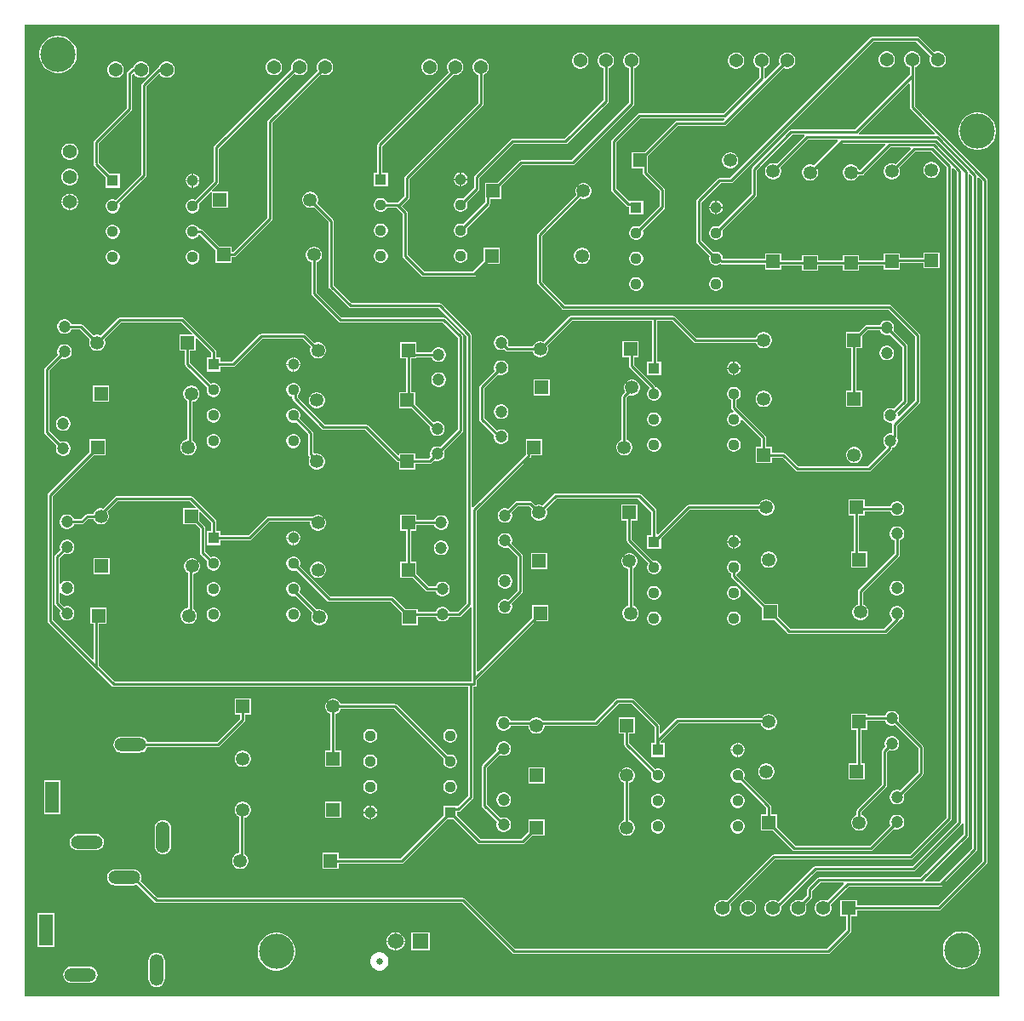
<source format=gtl>
G04*
G04 #@! TF.GenerationSoftware,Altium Limited,Altium Designer,23.8.1 (32)*
G04*
G04 Layer_Physical_Order=1*
G04 Layer_Color=255*
%FSLAX44Y44*%
%MOMM*%
G71*
G04*
G04 #@! TF.SameCoordinates,3F070380-BFD0-420E-B22A-88B72DBD322C*
G04*
G04*
G04 #@! TF.FilePolarity,Positive*
G04*
G01*
G75*
%ADD13C,0.2540*%
%ADD19C,1.4000*%
%ADD20R,1.4000X1.4000*%
%ADD21R,1.3620X3.1400*%
G04:AMPARAMS|DCode=22|XSize=1.362mm|YSize=3.14mm|CornerRadius=0.681mm|HoleSize=0mm|Usage=FLASHONLY|Rotation=90.000|XOffset=0mm|YOffset=0mm|HoleType=Round|Shape=RoundedRectangle|*
%AMROUNDEDRECTD22*
21,1,1.3620,1.7780,0,0,90.0*
21,1,0.0000,3.1400,0,0,90.0*
1,1,1.3620,0.8890,0.0000*
1,1,1.3620,0.8890,0.0000*
1,1,1.3620,-0.8890,0.0000*
1,1,1.3620,-0.8890,0.0000*
%
%ADD22ROUNDEDRECTD22*%
G04:AMPARAMS|DCode=23|XSize=1.362mm|YSize=3.14mm|CornerRadius=0.681mm|HoleSize=0mm|Usage=FLASHONLY|Rotation=0.000|XOffset=0mm|YOffset=0mm|HoleType=Round|Shape=RoundedRectangle|*
%AMROUNDEDRECTD23*
21,1,1.3620,1.7780,0,0,0.0*
21,1,0.0000,3.1400,0,0,0.0*
1,1,1.3620,0.0000,-0.8890*
1,1,1.3620,0.0000,-0.8890*
1,1,1.3620,0.0000,0.8890*
1,1,1.3620,0.0000,0.8890*
%
%ADD23ROUNDEDRECTD23*%
%ADD31R,1.3500X1.3500*%
%ADD32C,1.3500*%
%ADD33R,1.1300X1.1300*%
%ADD34C,1.1300*%
%ADD35C,3.5000*%
%ADD36C,1.2000*%
%ADD37R,1.3500X1.3500*%
%ADD38C,1.3700*%
%ADD39R,1.5750X1.5750*%
%ADD40C,1.5750*%
%ADD41C,0.6500*%
G36*
X970012Y0D02*
X0D01*
Y967472D01*
X970012D01*
Y0D01*
D02*
G37*
%LPC*%
G36*
X888231Y955591D02*
X843781D01*
X842790Y955394D01*
X841950Y954832D01*
X701738Y814621D01*
X691381D01*
X690390Y814424D01*
X689550Y813862D01*
X669230Y793542D01*
X668668Y792702D01*
X668471Y791711D01*
Y751401D01*
X668668Y750410D01*
X669230Y749570D01*
X681495Y737305D01*
X681452Y737232D01*
X680981Y735472D01*
Y733650D01*
X681452Y731890D01*
X682364Y730312D01*
X683652Y729024D01*
X685230Y728112D01*
X686990Y727641D01*
X688812D01*
X690572Y728112D01*
X692150Y729024D01*
X692271Y729145D01*
X692370Y729078D01*
X693361Y728881D01*
X736701D01*
Y723451D01*
X752741D01*
Y727611D01*
X773531D01*
Y722181D01*
X789571D01*
Y727611D01*
X814171D01*
Y722181D01*
X830211D01*
Y727611D01*
X854811D01*
Y723451D01*
X870851D01*
Y730151D01*
X894181D01*
Y724721D01*
X910221D01*
Y740761D01*
X894181D01*
Y735331D01*
X870851D01*
Y739491D01*
X854811D01*
Y732791D01*
X830211D01*
Y738221D01*
X814171D01*
Y732791D01*
X789571D01*
Y738221D01*
X773531D01*
Y732791D01*
X752741D01*
Y739491D01*
X736701D01*
Y734061D01*
X694821D01*
Y735472D01*
X694349Y737232D01*
X693438Y738810D01*
X692150Y740098D01*
X690572Y741009D01*
X688812Y741481D01*
X686990D01*
X685230Y741009D01*
X685157Y740967D01*
X673651Y752474D01*
Y790638D01*
X692454Y809441D01*
X702811D01*
X703802Y809638D01*
X704642Y810200D01*
X844854Y950411D01*
X887158D01*
X901266Y936303D01*
X900984Y935815D01*
X900431Y933750D01*
Y931612D01*
X900984Y929547D01*
X902053Y927695D01*
X903565Y926183D01*
X905417Y925114D01*
X907482Y924561D01*
X909620D01*
X911685Y925114D01*
X913537Y926183D01*
X915049Y927695D01*
X916118Y929547D01*
X916671Y931612D01*
Y933750D01*
X916118Y935815D01*
X915049Y937667D01*
X913537Y939179D01*
X911685Y940248D01*
X909620Y940801D01*
X907482D01*
X905417Y940248D01*
X904929Y939966D01*
X890062Y954832D01*
X889222Y955394D01*
X888231Y955591D01*
D02*
G37*
G36*
X858820Y940801D02*
X856682D01*
X854617Y940248D01*
X852765Y939179D01*
X851253Y937667D01*
X850184Y935815D01*
X849631Y933750D01*
Y931612D01*
X850184Y929547D01*
X851253Y927695D01*
X852765Y926183D01*
X854617Y925114D01*
X856682Y924561D01*
X858820D01*
X860885Y925114D01*
X862737Y926183D01*
X864249Y927695D01*
X865318Y929547D01*
X865871Y931612D01*
Y933750D01*
X865318Y935815D01*
X864249Y937667D01*
X862737Y939179D01*
X860885Y940248D01*
X858820Y940801D01*
D02*
G37*
G36*
X708960Y939631D02*
X706822D01*
X704757Y939078D01*
X702905Y938009D01*
X701393Y936497D01*
X700324Y934645D01*
X699771Y932580D01*
Y930442D01*
X700324Y928377D01*
X701393Y926525D01*
X702905Y925013D01*
X704757Y923944D01*
X706822Y923391D01*
X708960D01*
X711025Y923944D01*
X712877Y925013D01*
X714389Y926525D01*
X715458Y928377D01*
X716011Y930442D01*
Y932580D01*
X715458Y934645D01*
X714389Y936497D01*
X712877Y938009D01*
X711025Y939078D01*
X708960Y939631D01*
D02*
G37*
G36*
X554020D02*
X551882D01*
X549817Y939078D01*
X547965Y938009D01*
X546453Y936497D01*
X545384Y934645D01*
X544831Y932580D01*
Y930442D01*
X545384Y928377D01*
X546453Y926525D01*
X547965Y925013D01*
X549817Y923944D01*
X551882Y923391D01*
X554020D01*
X556085Y923944D01*
X557937Y925013D01*
X559449Y926525D01*
X560518Y928377D01*
X561071Y930442D01*
Y932580D01*
X560518Y934645D01*
X559449Y936497D01*
X557937Y938009D01*
X556085Y939078D01*
X554020Y939631D01*
D02*
G37*
G36*
X35370Y956531D02*
X31672D01*
X28046Y955810D01*
X24630Y954395D01*
X21556Y952340D01*
X18941Y949726D01*
X16887Y946652D01*
X15472Y943236D01*
X14751Y939610D01*
Y935912D01*
X15472Y932286D01*
X16887Y928870D01*
X18941Y925796D01*
X21556Y923181D01*
X24630Y921127D01*
X28046Y919712D01*
X31672Y918991D01*
X35370D01*
X38996Y919712D01*
X42412Y921127D01*
X45486Y923181D01*
X48101Y925796D01*
X50155Y928870D01*
X51570Y932286D01*
X52291Y935912D01*
Y939610D01*
X51570Y943236D01*
X50155Y946652D01*
X48101Y949726D01*
X45486Y952340D01*
X42412Y954395D01*
X38996Y955810D01*
X35370Y956531D01*
D02*
G37*
G36*
X429560Y933281D02*
X427422D01*
X425357Y932728D01*
X423505Y931659D01*
X421993Y930147D01*
X420924Y928295D01*
X420371Y926230D01*
Y924092D01*
X420924Y922027D01*
X421993Y920175D01*
X422238Y919930D01*
X351945Y849637D01*
X351383Y848797D01*
X351186Y847806D01*
X351308Y847192D01*
X351168Y846982D01*
X350971Y845991D01*
Y820221D01*
X347581D01*
Y806381D01*
X361421D01*
Y820221D01*
X356151D01*
Y845991D01*
X356063Y846431D01*
X426832Y917199D01*
X427422Y917041D01*
X429560D01*
X431625Y917594D01*
X433477Y918663D01*
X434989Y920175D01*
X436058Y922027D01*
X436611Y924092D01*
Y926230D01*
X436058Y928295D01*
X434989Y930147D01*
X433477Y931659D01*
X431625Y932728D01*
X429560Y933281D01*
D02*
G37*
G36*
X404160D02*
X402022D01*
X399957Y932728D01*
X398105Y931659D01*
X396593Y930147D01*
X395524Y928295D01*
X394971Y926230D01*
Y924092D01*
X395524Y922027D01*
X396593Y920175D01*
X398105Y918663D01*
X399957Y917594D01*
X402022Y917041D01*
X404160D01*
X406225Y917594D01*
X408077Y918663D01*
X409589Y920175D01*
X410658Y922027D01*
X411211Y924092D01*
Y926230D01*
X410658Y928295D01*
X409589Y930147D01*
X408077Y931659D01*
X406225Y932728D01*
X404160Y933281D01*
D02*
G37*
G36*
X300020Y933181D02*
X297882D01*
X295817Y932628D01*
X293965Y931559D01*
X292453Y930047D01*
X291384Y928195D01*
X290831Y926130D01*
Y923992D01*
X291384Y921927D01*
X291666Y921439D01*
X242510Y872282D01*
X241948Y871442D01*
X241751Y870451D01*
Y775004D01*
X207708Y740961D01*
X206091D01*
Y746391D01*
X193713D01*
X177042Y763062D01*
X176202Y763624D01*
X175211Y763821D01*
X173671D01*
X173649Y763902D01*
X172738Y765480D01*
X171450Y766768D01*
X169872Y767679D01*
X168112Y768151D01*
X166290D01*
X164530Y767679D01*
X162952Y766768D01*
X161664Y765480D01*
X160753Y763902D01*
X160281Y762142D01*
Y760320D01*
X160753Y758560D01*
X161664Y756982D01*
X162952Y755694D01*
X164530Y754782D01*
X166290Y754311D01*
X168112D01*
X169872Y754782D01*
X171450Y755694D01*
X172738Y756982D01*
X173214Y757806D01*
X174762Y758018D01*
X190051Y742729D01*
Y730351D01*
X206091D01*
Y735781D01*
X208781D01*
X209772Y735978D01*
X210612Y736540D01*
X246172Y772100D01*
X246734Y772940D01*
X246931Y773931D01*
Y869378D01*
X295329Y917776D01*
X295817Y917494D01*
X297882Y916941D01*
X300020D01*
X302085Y917494D01*
X303937Y918563D01*
X305449Y920075D01*
X306518Y921927D01*
X307071Y923992D01*
Y926130D01*
X306518Y928195D01*
X305449Y930047D01*
X303937Y931559D01*
X302085Y932628D01*
X300020Y933181D01*
D02*
G37*
G36*
X274620D02*
X272482D01*
X270417Y932628D01*
X268565Y931559D01*
X267053Y930047D01*
X265984Y928195D01*
X265431Y926130D01*
Y923992D01*
X265610Y923323D01*
X189170Y846882D01*
X188608Y846042D01*
X188411Y845051D01*
Y811504D01*
X169945Y793037D01*
X169872Y793079D01*
X168112Y793551D01*
X166290D01*
X164530Y793079D01*
X162952Y792168D01*
X161664Y790880D01*
X160753Y789302D01*
X160281Y787542D01*
Y785720D01*
X160753Y783960D01*
X161664Y782382D01*
X162952Y781094D01*
X164530Y780182D01*
X166290Y779711D01*
X168112D01*
X169872Y780182D01*
X171450Y781094D01*
X172738Y782382D01*
X173649Y783960D01*
X174121Y785720D01*
Y787542D01*
X173649Y789302D01*
X173607Y789375D01*
X184971Y800739D01*
X186241Y800212D01*
X186241Y800130D01*
X186241Y800130D01*
X186241Y800058D01*
Y784961D01*
X202281D01*
Y801001D01*
X187184Y801001D01*
X187112D01*
D01*
X187029Y801001D01*
X186952Y801188D01*
X186503Y802271D01*
X192832Y808600D01*
X193394Y809440D01*
X193591Y810431D01*
Y843978D01*
X268370Y918758D01*
X268565Y918563D01*
X270417Y917494D01*
X272482Y916941D01*
X274620D01*
X276685Y917494D01*
X278537Y918563D01*
X280049Y920075D01*
X281118Y921927D01*
X281671Y923992D01*
Y926130D01*
X281118Y928195D01*
X280049Y930047D01*
X278537Y931559D01*
X276685Y932628D01*
X274620Y933181D01*
D02*
G37*
G36*
X249220D02*
X247082D01*
X245017Y932628D01*
X243165Y931559D01*
X241653Y930047D01*
X240584Y928195D01*
X240031Y926130D01*
Y923992D01*
X240584Y921927D01*
X241653Y920075D01*
X243165Y918563D01*
X245017Y917494D01*
X247082Y916941D01*
X249220D01*
X251285Y917494D01*
X253137Y918563D01*
X254649Y920075D01*
X255718Y921927D01*
X256271Y923992D01*
Y926130D01*
X255718Y928195D01*
X254649Y930047D01*
X253137Y931559D01*
X251285Y932628D01*
X249220Y933181D01*
D02*
G37*
G36*
X142540Y930641D02*
X140402D01*
X138337Y930088D01*
X136485Y929019D01*
X134973Y927507D01*
X133904Y925655D01*
X133753Y925091D01*
X132860Y924914D01*
X132020Y924352D01*
X116780Y909112D01*
X116218Y908272D01*
X116021Y907281D01*
Y818514D01*
X90545Y793037D01*
X90472Y793079D01*
X88712Y793551D01*
X86890D01*
X85130Y793079D01*
X83552Y792168D01*
X82264Y790880D01*
X81353Y789302D01*
X80881Y787542D01*
Y785720D01*
X81353Y783960D01*
X82264Y782382D01*
X83552Y781094D01*
X85130Y780182D01*
X86890Y779711D01*
X88712D01*
X90472Y780182D01*
X92050Y781094D01*
X93338Y782382D01*
X94249Y783960D01*
X94721Y785720D01*
Y787542D01*
X94249Y789302D01*
X94207Y789375D01*
X120680Y815847D01*
X121241Y816687D01*
X121438Y817679D01*
X121241Y818670D01*
X121201Y818730D01*
Y906208D01*
X133341Y918348D01*
X134600Y918182D01*
X134973Y917535D01*
X136485Y916023D01*
X138337Y914954D01*
X140402Y914401D01*
X142540D01*
X144605Y914954D01*
X146457Y916023D01*
X147969Y917535D01*
X149038Y919387D01*
X149591Y921452D01*
Y923590D01*
X149038Y925655D01*
X147969Y927507D01*
X146457Y929019D01*
X144605Y930088D01*
X142540Y930641D01*
D02*
G37*
G36*
X117140D02*
X115002D01*
X112937Y930088D01*
X111085Y929019D01*
X109573Y927507D01*
X108504Y925655D01*
X108353Y925091D01*
X107460Y924914D01*
X106620Y924352D01*
X102810Y920542D01*
X102248Y919702D01*
X102051Y918711D01*
Y884224D01*
X69790Y851962D01*
X69228Y851122D01*
X69031Y850131D01*
Y829811D01*
X69190Y829011D01*
X69031Y828211D01*
X69228Y827220D01*
X69790Y826380D01*
X80881Y815288D01*
Y805111D01*
X94721D01*
Y818951D01*
X84543D01*
X74123Y829371D01*
X74211Y829811D01*
Y849058D01*
X106472Y881320D01*
X107034Y882160D01*
X107231Y883151D01*
Y917403D01*
X108023Y918129D01*
X109342Y917936D01*
X109573Y917535D01*
X111085Y916023D01*
X112937Y914954D01*
X115002Y914401D01*
X117140D01*
X119205Y914954D01*
X121057Y916023D01*
X122569Y917535D01*
X123638Y919387D01*
X124191Y921452D01*
Y923590D01*
X123638Y925655D01*
X122569Y927507D01*
X121057Y929019D01*
X119205Y930088D01*
X117140Y930641D01*
D02*
G37*
G36*
X91740D02*
X89602D01*
X87537Y930088D01*
X85685Y929019D01*
X84173Y927507D01*
X83104Y925655D01*
X82551Y923590D01*
Y921452D01*
X83104Y919387D01*
X84173Y917535D01*
X85685Y916023D01*
X87537Y914954D01*
X89602Y914401D01*
X91740D01*
X93805Y914954D01*
X95657Y916023D01*
X97169Y917535D01*
X98238Y919387D01*
X98791Y921452D01*
Y923590D01*
X98238Y925655D01*
X97169Y927507D01*
X95657Y929019D01*
X93805Y930088D01*
X91740Y930641D01*
D02*
G37*
G36*
X759760Y939631D02*
X757622D01*
X755557Y939078D01*
X753705Y938009D01*
X752193Y936497D01*
X751124Y934645D01*
X750571Y932580D01*
Y930442D01*
X751124Y928377D01*
X751406Y927889D01*
X737151Y913633D01*
X735881Y914159D01*
Y923798D01*
X736425Y923944D01*
X738277Y925013D01*
X739789Y926525D01*
X740858Y928377D01*
X741411Y930442D01*
Y932580D01*
X740858Y934645D01*
X739789Y936497D01*
X738277Y938009D01*
X736425Y939078D01*
X734360Y939631D01*
X732222D01*
X730157Y939078D01*
X728305Y938009D01*
X726793Y936497D01*
X725724Y934645D01*
X725171Y932580D01*
Y930442D01*
X725724Y928377D01*
X726793Y926525D01*
X728305Y925013D01*
X730157Y923944D01*
X730701Y923798D01*
Y914704D01*
X695388Y879391D01*
X611371D01*
X610380Y879194D01*
X609540Y878632D01*
X584140Y853232D01*
X583578Y852392D01*
X583381Y851401D01*
Y803359D01*
X583578Y802368D01*
X584140Y801528D01*
X598698Y786970D01*
X599538Y786408D01*
X600529Y786211D01*
X601581D01*
Y778441D01*
X615421D01*
Y792281D01*
X601581D01*
X601581Y792281D01*
Y792281D01*
X600397Y792595D01*
X588561Y804432D01*
Y850328D01*
X612444Y874211D01*
X695933D01*
X696459Y872941D01*
X695288Y871771D01*
X648921D01*
X647930Y871574D01*
X647090Y871012D01*
X616448Y840371D01*
X604071D01*
Y824331D01*
X614981D01*
Y819801D01*
X615178Y818810D01*
X615740Y817970D01*
X631641Y802068D01*
Y786764D01*
X611245Y766367D01*
X611172Y766409D01*
X609412Y766881D01*
X607590D01*
X605830Y766409D01*
X604252Y765498D01*
X602964Y764210D01*
X602052Y762632D01*
X601581Y760872D01*
Y759050D01*
X602052Y757290D01*
X602964Y755712D01*
X604252Y754424D01*
X605830Y753512D01*
X607590Y753041D01*
X609412D01*
X611172Y753512D01*
X612750Y754424D01*
X614038Y755712D01*
X614949Y757290D01*
X615421Y759050D01*
Y760872D01*
X614949Y762632D01*
X614907Y762705D01*
X636062Y783860D01*
X636624Y784700D01*
X636821Y785691D01*
Y803141D01*
X636624Y804132D01*
X636062Y804972D01*
X620161Y820874D01*
Y826871D01*
X620111Y827121D01*
Y836709D01*
X649994Y866591D01*
X696361D01*
X697352Y866788D01*
X698192Y867350D01*
X755069Y924226D01*
X755557Y923944D01*
X757622Y923391D01*
X759760D01*
X761825Y923944D01*
X763677Y925013D01*
X765189Y926525D01*
X766258Y928377D01*
X766811Y930442D01*
Y932580D01*
X766258Y934645D01*
X765189Y936497D01*
X763677Y938009D01*
X761825Y939078D01*
X759760Y939631D01*
D02*
G37*
G36*
X949715Y880064D02*
X946018D01*
X942391Y879343D01*
X938975Y877928D01*
X935901Y875874D01*
X933287Y873260D01*
X931233Y870185D01*
X929818Y866769D01*
X929096Y863143D01*
Y859446D01*
X929818Y855819D01*
X931233Y852403D01*
X933287Y849329D01*
X935901Y846715D01*
X938975Y844661D01*
X942391Y843246D01*
X946018Y842524D01*
X949715D01*
X953341Y843246D01*
X956757Y844661D01*
X959831Y846715D01*
X962446Y849329D01*
X964500Y852403D01*
X965915Y855819D01*
X966636Y859446D01*
Y863143D01*
X965915Y866769D01*
X964500Y870185D01*
X962446Y873260D01*
X959831Y875874D01*
X956757Y877928D01*
X953341Y879343D01*
X949715Y880064D01*
D02*
G37*
G36*
X46040Y849111D02*
X43862D01*
X41759Y848547D01*
X39873Y847459D01*
X38333Y845919D01*
X37245Y844033D01*
X36681Y841930D01*
Y839752D01*
X37245Y837649D01*
X38333Y835763D01*
X39873Y834223D01*
X41759Y833135D01*
X43862Y832571D01*
X46040D01*
X48143Y833135D01*
X50029Y834223D01*
X51569Y835763D01*
X52657Y837649D01*
X53221Y839752D01*
Y841930D01*
X52657Y844033D01*
X51569Y845919D01*
X50029Y847459D01*
X48143Y848547D01*
X46040Y849111D01*
D02*
G37*
G36*
X703147Y840371D02*
X701035D01*
X698995Y839824D01*
X697167Y838769D01*
X695673Y837275D01*
X694617Y835446D01*
X694071Y833407D01*
Y831295D01*
X694617Y829255D01*
X695673Y827427D01*
X697167Y825933D01*
X698995Y824877D01*
X701035Y824331D01*
X703147D01*
X705186Y824877D01*
X707015Y825933D01*
X708509Y827427D01*
X709564Y829255D01*
X710111Y831295D01*
Y833407D01*
X709564Y835446D01*
X708509Y837275D01*
X707015Y838769D01*
X705186Y839824D01*
X703147Y840371D01*
D02*
G37*
G36*
X903257Y830761D02*
X901145D01*
X899105Y830214D01*
X897277Y829159D01*
X895783Y827665D01*
X894727Y825836D01*
X894181Y823797D01*
Y821685D01*
X894727Y819645D01*
X895783Y817817D01*
X897277Y816323D01*
X899105Y815267D01*
X901145Y814721D01*
X903257D01*
X905296Y815267D01*
X907125Y816323D01*
X908619Y817817D01*
X909674Y819645D01*
X910221Y821685D01*
Y823797D01*
X909674Y825836D01*
X908619Y827665D01*
X907125Y829159D01*
X905296Y830214D01*
X903257Y830761D01*
D02*
G37*
G36*
X434812Y820221D02*
X434536D01*
Y813936D01*
X440821D01*
Y814212D01*
X440349Y815972D01*
X439438Y817550D01*
X438150Y818838D01*
X436572Y819749D01*
X434812Y820221D01*
D02*
G37*
G36*
X433266D02*
X432990D01*
X431230Y819749D01*
X429652Y818838D01*
X428364Y817550D01*
X427453Y815972D01*
X426981Y814212D01*
Y813936D01*
X433266D01*
Y820221D01*
D02*
G37*
G36*
X168112Y818951D02*
X167836D01*
Y812666D01*
X174121D01*
Y812942D01*
X173649Y814702D01*
X172738Y816280D01*
X171450Y817568D01*
X169872Y818479D01*
X168112Y818951D01*
D02*
G37*
G36*
X166566D02*
X166290D01*
X164530Y818479D01*
X162952Y817568D01*
X161664Y816280D01*
X160753Y814702D01*
X160281Y812942D01*
Y812666D01*
X166566D01*
Y818951D01*
D02*
G37*
G36*
X46040Y824111D02*
X43862D01*
X41759Y823547D01*
X39873Y822459D01*
X38333Y820919D01*
X37245Y819033D01*
X36681Y816930D01*
Y814752D01*
X37245Y812649D01*
X38333Y810763D01*
X39873Y809223D01*
X41759Y808135D01*
X43862Y807571D01*
X46040D01*
X48143Y808135D01*
X50029Y809223D01*
X51569Y810763D01*
X52657Y812649D01*
X53221Y814752D01*
Y816930D01*
X52657Y819033D01*
X51569Y820919D01*
X50029Y822459D01*
X48143Y823547D01*
X46040Y824111D01*
D02*
G37*
G36*
X440821Y812666D02*
X434536D01*
Y806381D01*
X434812D01*
X436572Y806852D01*
X438150Y807764D01*
X439438Y809052D01*
X440349Y810630D01*
X440821Y812390D01*
Y812666D01*
D02*
G37*
G36*
X433266D02*
X426981D01*
Y812390D01*
X427453Y810630D01*
X428364Y809052D01*
X429652Y807764D01*
X431230Y806852D01*
X432990Y806381D01*
X433266D01*
Y812666D01*
D02*
G37*
G36*
X174121Y811396D02*
X167836D01*
Y805111D01*
X168112D01*
X169872Y805583D01*
X171450Y806494D01*
X172738Y807782D01*
X173649Y809360D01*
X174121Y811120D01*
Y811396D01*
D02*
G37*
G36*
X166566D02*
X160281D01*
Y811120D01*
X160753Y809360D01*
X161664Y807782D01*
X162952Y806494D01*
X164530Y805583D01*
X166290Y805111D01*
X166566D01*
Y811396D01*
D02*
G37*
G36*
X579420Y939631D02*
X577282D01*
X575217Y939078D01*
X573365Y938009D01*
X571853Y936497D01*
X570784Y934645D01*
X570231Y932580D01*
Y930442D01*
X570784Y928377D01*
X571853Y926525D01*
X573365Y925013D01*
X575217Y923944D01*
X575761Y923798D01*
Y892496D01*
X537256Y853991D01*
X485641D01*
X484650Y853794D01*
X483810Y853232D01*
X448250Y817672D01*
X447688Y816832D01*
X447491Y815841D01*
Y805154D01*
X436645Y794307D01*
X436572Y794349D01*
X434812Y794821D01*
X432990D01*
X431230Y794349D01*
X429652Y793438D01*
X428364Y792150D01*
X427453Y790572D01*
X426981Y788812D01*
Y786990D01*
X427453Y785230D01*
X428364Y783652D01*
X429652Y782364D01*
X431230Y781452D01*
X432990Y780981D01*
X434812D01*
X436572Y781452D01*
X438150Y782364D01*
X439438Y783652D01*
X440349Y785230D01*
X440821Y786990D01*
Y788812D01*
X440349Y790572D01*
X440307Y790645D01*
X451912Y802250D01*
X452474Y803090D01*
X452671Y804081D01*
Y814768D01*
X486714Y848811D01*
X538328D01*
X539319Y849008D01*
X540159Y849570D01*
X580182Y889592D01*
X580744Y890433D01*
X580941Y891424D01*
Y923798D01*
X581485Y923944D01*
X583337Y925013D01*
X584849Y926525D01*
X585918Y928377D01*
X586471Y930442D01*
Y932580D01*
X585918Y934645D01*
X584849Y936497D01*
X583337Y938009D01*
X581485Y939078D01*
X579420Y939631D01*
D02*
G37*
G36*
X557097Y809891D02*
X554985D01*
X552945Y809344D01*
X551117Y808289D01*
X549623Y806795D01*
X548568Y804967D01*
X548021Y802927D01*
Y800815D01*
X548568Y798775D01*
X548829Y798322D01*
X510480Y759972D01*
X509918Y759132D01*
X509721Y758141D01*
Y710431D01*
X509918Y709440D01*
X510480Y708600D01*
X534610Y684470D01*
X535450Y683908D01*
X536441Y683711D01*
X859218Y683711D01*
X885641Y657288D01*
Y593616D01*
X870101Y578076D01*
X868831Y578602D01*
Y579308D01*
X868335Y581157D01*
X868223Y581351D01*
X877362Y590490D01*
X877924Y591330D01*
X878121Y592321D01*
Y647801D01*
X877924Y648792D01*
X877362Y649632D01*
X864414Y662581D01*
X864526Y662775D01*
X865021Y664624D01*
Y666538D01*
X864526Y668387D01*
X863568Y670045D01*
X862215Y671398D01*
X860557Y672355D01*
X858708Y672851D01*
X856794D01*
X854945Y672355D01*
X853287Y671398D01*
X851934Y670045D01*
X850976Y668387D01*
X850918Y668171D01*
X837581D01*
X836590Y667974D01*
X835750Y667412D01*
X829639Y661301D01*
X817261D01*
Y645261D01*
X822691D01*
Y602881D01*
X817261D01*
Y586841D01*
X833301D01*
Y602881D01*
X827871D01*
Y645261D01*
X833301D01*
Y657638D01*
X838654Y662991D01*
X850918D01*
X850976Y662775D01*
X851934Y661117D01*
X853287Y659763D01*
X854945Y658806D01*
X856794Y658311D01*
X858708D01*
X860557Y658806D01*
X860751Y658918D01*
X872941Y646728D01*
Y593394D01*
X864561Y585014D01*
X864367Y585126D01*
X862518Y585621D01*
X860604D01*
X858755Y585126D01*
X857097Y584168D01*
X855743Y582815D01*
X854786Y581157D01*
X854291Y579308D01*
Y577394D01*
X854786Y575545D01*
X855743Y573887D01*
X857097Y572533D01*
X858755Y571576D01*
X860604Y571081D01*
X861839D01*
X862782Y570000D01*
X862816Y569858D01*
X862781Y569683D01*
Y560823D01*
X862518Y560621D01*
X860604D01*
X858755Y560126D01*
X857097Y559168D01*
X855743Y557815D01*
X854786Y556157D01*
X854291Y554308D01*
Y552394D01*
X854786Y550545D01*
X855743Y548887D01*
X857097Y547533D01*
X857267Y545969D01*
X838898Y527601D01*
X769924D01*
X756712Y540812D01*
X755872Y541374D01*
X754881Y541571D01*
X743301D01*
Y547001D01*
X737871D01*
Y556523D01*
X737674Y557514D01*
X737112Y558355D01*
X708271Y587196D01*
Y593471D01*
X708352Y593493D01*
X709930Y594404D01*
X711218Y595692D01*
X712129Y597270D01*
X712601Y599030D01*
Y600852D01*
X712129Y602612D01*
X711218Y604190D01*
X709930Y605478D01*
X708352Y606389D01*
X706592Y606861D01*
X704770D01*
X703010Y606389D01*
X701432Y605478D01*
X700144Y604190D01*
X699232Y602612D01*
X698761Y600852D01*
Y599030D01*
X699232Y597270D01*
X700144Y595692D01*
X701432Y594404D01*
X703010Y593493D01*
X703091Y593471D01*
Y586123D01*
X703288Y585132D01*
X703850Y584292D01*
X705411Y582731D01*
X704885Y581461D01*
X704770D01*
X703010Y580989D01*
X701432Y580078D01*
X700144Y578790D01*
X699232Y577212D01*
X698761Y575452D01*
Y573630D01*
X699232Y571870D01*
X700144Y570292D01*
X701432Y569004D01*
X703010Y568092D01*
X704770Y567621D01*
X706592D01*
X708352Y568092D01*
X709930Y569004D01*
X711218Y570292D01*
X712129Y571870D01*
X712601Y573630D01*
Y573745D01*
X713871Y574271D01*
X732691Y555451D01*
Y547001D01*
X727261D01*
Y530961D01*
X743301D01*
Y536391D01*
X753808D01*
X767020Y523180D01*
X767860Y522618D01*
X768851Y522421D01*
X839971D01*
X840962Y522618D01*
X841802Y523180D01*
X862371Y543748D01*
X862932Y544588D01*
X863129Y545579D01*
Y546245D01*
X864367Y546576D01*
X866025Y547533D01*
X867378Y548887D01*
X868335Y550545D01*
X868831Y552394D01*
Y554308D01*
X868335Y556157D01*
X867908Y556897D01*
X867961Y557161D01*
Y568611D01*
X890062Y590712D01*
X890624Y591553D01*
X890821Y592543D01*
Y658361D01*
X890624Y659352D01*
X890062Y660192D01*
X862122Y688132D01*
X861282Y688694D01*
X860291Y688891D01*
X537514Y688891D01*
X514901Y711504D01*
Y757068D01*
X552492Y794659D01*
X552945Y794398D01*
X554985Y793851D01*
X557097D01*
X559137Y794398D01*
X560965Y795453D01*
X562459Y796946D01*
X563514Y798775D01*
X564061Y800815D01*
Y802927D01*
X563514Y804967D01*
X562459Y806795D01*
X560965Y808289D01*
X559137Y809344D01*
X557097Y809891D01*
D02*
G37*
G36*
X46040Y799111D02*
X45586D01*
Y791476D01*
X53221D01*
Y791930D01*
X52657Y794033D01*
X51569Y795919D01*
X50029Y797459D01*
X48143Y798547D01*
X46040Y799111D01*
D02*
G37*
G36*
X44316D02*
X43862D01*
X41759Y798547D01*
X39873Y797459D01*
X38333Y795919D01*
X37245Y794033D01*
X36681Y791930D01*
Y791476D01*
X44316D01*
Y799111D01*
D02*
G37*
G36*
X454960Y933281D02*
X452822D01*
X450757Y932728D01*
X448905Y931659D01*
X447393Y930147D01*
X446324Y928295D01*
X445771Y926230D01*
Y924092D01*
X446324Y922027D01*
X447393Y920175D01*
X448905Y918663D01*
X450757Y917594D01*
X451301Y917448D01*
Y889304D01*
X408561Y846563D01*
X402530Y840532D01*
X378400Y816402D01*
X377838Y815562D01*
X377641Y814571D01*
Y796594D01*
X371538Y790491D01*
X360971D01*
X360949Y790572D01*
X360038Y792150D01*
X358750Y793438D01*
X357172Y794349D01*
X355412Y794821D01*
X353590D01*
X351830Y794349D01*
X350252Y793438D01*
X348964Y792150D01*
X348052Y790572D01*
X347581Y788812D01*
Y786990D01*
X348052Y785230D01*
X348964Y783652D01*
X350252Y782364D01*
X351830Y781452D01*
X353590Y780981D01*
X355412D01*
X357172Y781452D01*
X358750Y782364D01*
X360038Y783652D01*
X360949Y785230D01*
X360971Y785311D01*
X370268D01*
X376371Y779208D01*
Y737101D01*
X376568Y736110D01*
X377130Y735270D01*
X394910Y717490D01*
X395750Y716928D01*
X396741Y716731D01*
X446991D01*
X447982Y716928D01*
X448822Y717490D01*
X460413Y729081D01*
X472791D01*
Y745121D01*
X456751D01*
Y732743D01*
X445918Y721911D01*
X397814D01*
X381551Y738174D01*
Y780281D01*
X381354Y781272D01*
X380792Y782112D01*
X375638Y787266D01*
X382062Y793690D01*
X382624Y794530D01*
X382821Y795521D01*
Y813498D01*
X406192Y836870D01*
X412223Y842901D01*
X455722Y886400D01*
X456284Y887240D01*
X456481Y888231D01*
Y917448D01*
X457025Y917594D01*
X458877Y918663D01*
X460389Y920175D01*
X461458Y922027D01*
X462011Y924092D01*
Y926230D01*
X461458Y928295D01*
X460389Y930147D01*
X458877Y931659D01*
X457025Y932728D01*
X454960Y933281D01*
D02*
G37*
G36*
X688812Y792281D02*
X688536D01*
Y785996D01*
X694821D01*
Y786272D01*
X694349Y788032D01*
X693438Y789610D01*
X692150Y790898D01*
X690572Y791809D01*
X688812Y792281D01*
D02*
G37*
G36*
X687266D02*
X686990D01*
X685230Y791809D01*
X683652Y790898D01*
X682364Y789610D01*
X681452Y788032D01*
X680981Y786272D01*
Y785996D01*
X687266D01*
Y792281D01*
D02*
G37*
G36*
X53221Y790206D02*
X45586D01*
Y782571D01*
X46040D01*
X48143Y783135D01*
X50029Y784223D01*
X51569Y785763D01*
X52657Y787649D01*
X53221Y789752D01*
Y790206D01*
D02*
G37*
G36*
X44316D02*
X36681D01*
Y789752D01*
X37245Y787649D01*
X38333Y785763D01*
X39873Y784223D01*
X41759Y783135D01*
X43862Y782571D01*
X44316D01*
Y790206D01*
D02*
G37*
G36*
X694821Y784726D02*
X688536D01*
Y778441D01*
X688812D01*
X690572Y778913D01*
X692150Y779824D01*
X693438Y781112D01*
X694349Y782690D01*
X694821Y784450D01*
Y784726D01*
D02*
G37*
G36*
X687266D02*
X680981D01*
Y784450D01*
X681452Y782690D01*
X682364Y781112D01*
X683652Y779824D01*
X685230Y778913D01*
X686990Y778441D01*
X687266D01*
Y784726D01*
D02*
G37*
G36*
X604820Y939631D02*
X602682D01*
X600617Y939078D01*
X598765Y938009D01*
X597253Y936497D01*
X596184Y934645D01*
X595631Y932580D01*
Y930442D01*
X596184Y928377D01*
X597253Y926525D01*
X598765Y925013D01*
X600617Y923944D01*
X601161Y923798D01*
Y889456D01*
X544106Y832401D01*
X493981D01*
X492990Y832204D01*
X492150Y831642D01*
X470398Y809891D01*
X458021D01*
Y796641D01*
X457971Y796391D01*
Y790234D01*
X436645Y768907D01*
X436572Y768949D01*
X434812Y769421D01*
X432990D01*
X431230Y768949D01*
X429652Y768038D01*
X428364Y766750D01*
X427453Y765172D01*
X426981Y763412D01*
Y761590D01*
X427453Y759830D01*
X428364Y758252D01*
X429652Y756964D01*
X431230Y756052D01*
X432990Y755581D01*
X434812D01*
X436572Y756052D01*
X438150Y756964D01*
X439438Y758252D01*
X440349Y759830D01*
X440821Y761590D01*
Y763412D01*
X440349Y765172D01*
X440307Y765245D01*
X462392Y787330D01*
X462954Y788170D01*
X463151Y789161D01*
Y793851D01*
X474061D01*
Y806228D01*
X495054Y827221D01*
X545178D01*
X546170Y827418D01*
X547010Y827980D01*
X605582Y886552D01*
X606144Y887392D01*
X606341Y888383D01*
Y923798D01*
X606885Y923944D01*
X608737Y925013D01*
X610249Y926525D01*
X611318Y928377D01*
X611871Y930442D01*
Y932580D01*
X611318Y934645D01*
X610249Y936497D01*
X608737Y938009D01*
X606885Y939078D01*
X604820Y939631D01*
D02*
G37*
G36*
X355412Y769421D02*
X353590D01*
X351830Y768949D01*
X350252Y768038D01*
X348964Y766750D01*
X348052Y765172D01*
X347581Y763412D01*
Y761590D01*
X348052Y759830D01*
X348964Y758252D01*
X350252Y756964D01*
X351830Y756052D01*
X353590Y755581D01*
X355412D01*
X357172Y756052D01*
X358750Y756964D01*
X360038Y758252D01*
X360949Y759830D01*
X361421Y761590D01*
Y763412D01*
X360949Y765172D01*
X360038Y766750D01*
X358750Y768038D01*
X357172Y768949D01*
X355412Y769421D01*
D02*
G37*
G36*
X88712Y768151D02*
X86890D01*
X85130Y767679D01*
X83552Y766768D01*
X82264Y765480D01*
X81353Y763902D01*
X80881Y762142D01*
Y760320D01*
X81353Y758560D01*
X82264Y756982D01*
X83552Y755694D01*
X85130Y754782D01*
X86890Y754311D01*
X88712D01*
X90472Y754782D01*
X92050Y755694D01*
X93338Y756982D01*
X94249Y758560D01*
X94721Y760320D01*
Y762142D01*
X94249Y763902D01*
X93338Y765480D01*
X92050Y766768D01*
X90472Y767679D01*
X88712Y768151D01*
D02*
G37*
G36*
X434812Y744021D02*
X432990D01*
X431230Y743549D01*
X429652Y742638D01*
X428364Y741350D01*
X427453Y739772D01*
X426981Y738012D01*
Y736190D01*
X427453Y734430D01*
X428364Y732852D01*
X429652Y731564D01*
X431230Y730652D01*
X432990Y730181D01*
X434812D01*
X436572Y730652D01*
X438150Y731564D01*
X439438Y732852D01*
X440349Y734430D01*
X440821Y736190D01*
Y738012D01*
X440349Y739772D01*
X439438Y741350D01*
X438150Y742638D01*
X436572Y743549D01*
X434812Y744021D01*
D02*
G37*
G36*
X355412D02*
X353590D01*
X351830Y743549D01*
X350252Y742638D01*
X348964Y741350D01*
X348052Y739772D01*
X347581Y738012D01*
Y736190D01*
X348052Y734430D01*
X348964Y732852D01*
X350252Y731564D01*
X351830Y730652D01*
X353590Y730181D01*
X355412D01*
X357172Y730652D01*
X358750Y731564D01*
X360038Y732852D01*
X360949Y734430D01*
X361421Y736190D01*
Y738012D01*
X360949Y739772D01*
X360038Y741350D01*
X358750Y742638D01*
X357172Y743549D01*
X355412Y744021D01*
D02*
G37*
G36*
X555827Y745121D02*
X553715D01*
X551675Y744574D01*
X549847Y743519D01*
X548353Y742025D01*
X547298Y740197D01*
X546751Y738157D01*
Y736045D01*
X547298Y734005D01*
X548353Y732177D01*
X549847Y730683D01*
X551675Y729628D01*
X553715Y729081D01*
X555827D01*
X557867Y729628D01*
X559695Y730683D01*
X561189Y732177D01*
X562244Y734005D01*
X562791Y736045D01*
Y738157D01*
X562244Y740197D01*
X561189Y742025D01*
X559695Y743519D01*
X557867Y744574D01*
X555827Y745121D01*
D02*
G37*
G36*
X168112Y742751D02*
X166290D01*
X164530Y742279D01*
X162952Y741368D01*
X161664Y740080D01*
X160753Y738502D01*
X160281Y736742D01*
Y734920D01*
X160753Y733160D01*
X161664Y731582D01*
X162952Y730294D01*
X164530Y729382D01*
X166290Y728911D01*
X168112D01*
X169872Y729382D01*
X171450Y730294D01*
X172738Y731582D01*
X173649Y733160D01*
X174121Y734920D01*
Y736742D01*
X173649Y738502D01*
X172738Y740080D01*
X171450Y741368D01*
X169872Y742279D01*
X168112Y742751D01*
D02*
G37*
G36*
X88712D02*
X86890D01*
X85130Y742279D01*
X83552Y741368D01*
X82264Y740080D01*
X81353Y738502D01*
X80881Y736742D01*
Y734920D01*
X81353Y733160D01*
X82264Y731582D01*
X83552Y730294D01*
X85130Y729382D01*
X86890Y728911D01*
X88712D01*
X90472Y729382D01*
X92050Y730294D01*
X93338Y731582D01*
X94249Y733160D01*
X94721Y734920D01*
Y736742D01*
X94249Y738502D01*
X93338Y740080D01*
X92050Y741368D01*
X90472Y742279D01*
X88712Y742751D01*
D02*
G37*
G36*
X609412Y741481D02*
X607590D01*
X605830Y741009D01*
X604252Y740098D01*
X602964Y738810D01*
X602052Y737232D01*
X601581Y735472D01*
Y733650D01*
X602052Y731890D01*
X602964Y730312D01*
X604252Y729024D01*
X605830Y728112D01*
X607590Y727641D01*
X609412D01*
X611172Y728112D01*
X612750Y729024D01*
X614038Y730312D01*
X614949Y731890D01*
X615421Y733650D01*
Y735472D01*
X614949Y737232D01*
X614038Y738810D01*
X612750Y740098D01*
X611172Y741009D01*
X609412Y741481D01*
D02*
G37*
G36*
X688812Y716081D02*
X686990D01*
X685230Y715609D01*
X683652Y714698D01*
X682364Y713410D01*
X681452Y711832D01*
X680981Y710072D01*
Y708250D01*
X681452Y706490D01*
X682364Y704912D01*
X683652Y703624D01*
X685230Y702712D01*
X686990Y702241D01*
X688812D01*
X690572Y702712D01*
X692150Y703624D01*
X693438Y704912D01*
X694349Y706490D01*
X694821Y708250D01*
Y710072D01*
X694349Y711832D01*
X693438Y713410D01*
X692150Y714698D01*
X690572Y715609D01*
X688812Y716081D01*
D02*
G37*
G36*
X609412D02*
X607590D01*
X605830Y715609D01*
X604252Y714698D01*
X602964Y713410D01*
X602052Y711832D01*
X601581Y710072D01*
Y708250D01*
X602052Y706490D01*
X602964Y704912D01*
X604252Y703624D01*
X605830Y702712D01*
X607590Y702241D01*
X609412D01*
X611172Y702712D01*
X612750Y703624D01*
X614038Y704912D01*
X614949Y706490D01*
X615421Y708250D01*
Y710072D01*
X614949Y711832D01*
X614038Y713410D01*
X612750Y714698D01*
X611172Y715609D01*
X609412Y716081D01*
D02*
G37*
G36*
X156711Y676191D02*
X95201D01*
X94210Y675994D01*
X93370Y675432D01*
X75890Y657953D01*
X75437Y658214D01*
X73397Y658761D01*
X71285D01*
X69245Y658214D01*
X68792Y657953D01*
X58062Y668682D01*
X57222Y669244D01*
X56231Y669441D01*
X46704D01*
X46645Y669657D01*
X45688Y671315D01*
X44335Y672668D01*
X42677Y673625D01*
X40828Y674121D01*
X38914D01*
X37065Y673625D01*
X35407Y672668D01*
X34053Y671315D01*
X33096Y669657D01*
X32601Y667808D01*
Y665894D01*
X33096Y664045D01*
X34053Y662387D01*
X35407Y661033D01*
X37065Y660076D01*
X38914Y659581D01*
X40828D01*
X42677Y660076D01*
X44335Y661033D01*
X45688Y662387D01*
X46645Y664045D01*
X46704Y664261D01*
X55158D01*
X65129Y654290D01*
X64868Y653837D01*
X64321Y651797D01*
Y649685D01*
X64868Y647645D01*
X65923Y645816D01*
X67417Y644323D01*
X69245Y643268D01*
X71285Y642721D01*
X73397D01*
X75437Y643268D01*
X77265Y644323D01*
X78759Y645816D01*
X79814Y647645D01*
X80361Y649685D01*
Y651797D01*
X79814Y653837D01*
X79552Y654290D01*
X96274Y671011D01*
X155638D01*
X166715Y659934D01*
X166229Y658761D01*
X154321D01*
Y642721D01*
X159751D01*
Y629541D01*
X159948Y628550D01*
X160510Y627710D01*
X181725Y606495D01*
X181682Y606422D01*
X181211Y604662D01*
Y602840D01*
X181682Y601080D01*
X182594Y599502D01*
X183882Y598214D01*
X185460Y597303D01*
X187220Y596831D01*
X189042D01*
X190802Y597303D01*
X192380Y598214D01*
X193668Y599502D01*
X194579Y601080D01*
X195051Y602840D01*
Y604662D01*
X194579Y606422D01*
X193668Y608000D01*
X192380Y609288D01*
X190802Y610199D01*
X189042Y610671D01*
X187220D01*
X185460Y610199D01*
X185387Y610157D01*
X164931Y630614D01*
Y642721D01*
X170361D01*
Y654629D01*
X171534Y655115D01*
X185541Y641108D01*
Y636071D01*
X181211D01*
Y622231D01*
X195051D01*
Y626561D01*
X207511D01*
X208502Y626758D01*
X209342Y627320D01*
X236524Y654501D01*
X277008D01*
X284839Y646670D01*
X284578Y646217D01*
X284031Y644177D01*
Y642065D01*
X284578Y640025D01*
X285633Y638196D01*
X287127Y636703D01*
X288955Y635648D01*
X290995Y635101D01*
X293107D01*
X295147Y635648D01*
X296975Y636703D01*
X298468Y638196D01*
X299524Y640025D01*
X300071Y642065D01*
Y644177D01*
X299524Y646217D01*
X298468Y648045D01*
X296975Y649539D01*
X295147Y650594D01*
X293107Y651141D01*
X290995D01*
X288955Y650594D01*
X288502Y650333D01*
X279912Y658922D01*
X279072Y659484D01*
X278081Y659681D01*
X235451D01*
X234460Y659484D01*
X233620Y658922D01*
X206438Y631741D01*
X195051D01*
Y636071D01*
X190721D01*
Y642181D01*
X190524Y643172D01*
X189962Y644012D01*
X158542Y675432D01*
X157702Y675994D01*
X156711Y676191D01*
D02*
G37*
G36*
X645661Y677461D02*
X543511D01*
X542520Y677264D01*
X541680Y676702D01*
X516580Y651603D01*
X516127Y651864D01*
X514087Y652411D01*
X511975D01*
X509935Y651864D01*
X508106Y650809D01*
X506613Y649315D01*
X505558Y647486D01*
X505422Y646981D01*
X481810D01*
X481320Y647548D01*
X481000Y647988D01*
X481481Y649784D01*
Y651698D01*
X480985Y653547D01*
X480028Y655205D01*
X478675Y656558D01*
X477017Y657515D01*
X475168Y658011D01*
X473254D01*
X471405Y657515D01*
X469747Y656558D01*
X468394Y655205D01*
X467436Y653547D01*
X466941Y651698D01*
Y649784D01*
X467436Y647935D01*
X468394Y646277D01*
X469747Y644923D01*
X471405Y643966D01*
X473254Y643471D01*
X475168D01*
X477017Y643966D01*
X477211Y644078D01*
X478730Y642560D01*
X479570Y641998D01*
X480561Y641801D01*
X505422D01*
X505558Y641295D01*
X506613Y639467D01*
X508106Y637973D01*
X509935Y636917D01*
X511975Y636371D01*
X514087D01*
X516127Y636917D01*
X517955Y637973D01*
X519449Y639467D01*
X520504Y641295D01*
X521051Y643335D01*
Y645447D01*
X520504Y647486D01*
X520243Y647940D01*
X544584Y672281D01*
X624021D01*
Y632261D01*
X619361D01*
Y618421D01*
X633201D01*
Y632261D01*
X629201D01*
Y672281D01*
X644588D01*
X665420Y651450D01*
X666260Y650888D01*
X667251Y650691D01*
X727672D01*
X727807Y650185D01*
X728863Y648356D01*
X730357Y646863D01*
X732185Y645807D01*
X734225Y645261D01*
X736337D01*
X738376Y645807D01*
X740205Y646863D01*
X741699Y648356D01*
X742754Y650185D01*
X743301Y652225D01*
Y654337D01*
X742754Y656376D01*
X741699Y658205D01*
X740205Y659699D01*
X738376Y660754D01*
X736337Y661301D01*
X734225D01*
X732185Y660754D01*
X730357Y659699D01*
X728863Y658205D01*
X727807Y656376D01*
X727672Y655871D01*
X668324D01*
X647492Y676702D01*
X646652Y677264D01*
X645661Y677461D01*
D02*
G37*
G36*
X40828Y649121D02*
X38914D01*
X37065Y648625D01*
X35407Y647668D01*
X34053Y646315D01*
X33096Y644657D01*
X32601Y642808D01*
Y640894D01*
X33096Y639045D01*
X33208Y638851D01*
X20260Y625902D01*
X19698Y625062D01*
X19501Y624071D01*
Y561841D01*
X19698Y560850D01*
X20260Y560010D01*
X31938Y548331D01*
X31826Y548137D01*
X31331Y546288D01*
Y544374D01*
X31826Y542525D01*
X32784Y540867D01*
X34137Y539514D01*
X35795Y538556D01*
X37644Y538061D01*
X39558D01*
X41407Y538556D01*
X43065Y539514D01*
X44418Y540867D01*
X45375Y542525D01*
X45871Y544374D01*
Y546288D01*
X45375Y548137D01*
X44418Y549795D01*
X43065Y551148D01*
X41407Y552105D01*
X39558Y552601D01*
X37644D01*
X35795Y552105D01*
X35601Y551993D01*
X24681Y562914D01*
Y622998D01*
X36871Y635188D01*
X37065Y635076D01*
X38914Y634581D01*
X40828D01*
X42677Y635076D01*
X44335Y636034D01*
X45688Y637387D01*
X46645Y639045D01*
X47141Y640894D01*
Y642808D01*
X46645Y644657D01*
X45688Y646315D01*
X44335Y647668D01*
X42677Y648625D01*
X40828Y649121D01*
D02*
G37*
G36*
X858708Y647851D02*
X856794D01*
X854945Y647355D01*
X853287Y646398D01*
X851934Y645045D01*
X850976Y643387D01*
X850481Y641538D01*
Y639624D01*
X850976Y637775D01*
X851934Y636117D01*
X853287Y634763D01*
X854945Y633806D01*
X856794Y633311D01*
X858708D01*
X860557Y633806D01*
X862215Y634763D01*
X863568Y636117D01*
X864526Y637775D01*
X865021Y639624D01*
Y641538D01*
X864526Y643387D01*
X863568Y645045D01*
X862215Y646398D01*
X860557Y647355D01*
X858708Y647851D01*
D02*
G37*
G36*
X390071Y651141D02*
X374031D01*
Y635101D01*
X379461D01*
Y601611D01*
X372761D01*
Y585571D01*
X385139D01*
X403665Y567044D01*
X403441Y566208D01*
Y564294D01*
X403936Y562445D01*
X404893Y560787D01*
X406247Y559434D01*
X407905Y558476D01*
X409754Y557981D01*
X411668D01*
X413517Y558476D01*
X415175Y559434D01*
X416528Y560787D01*
X417486Y562445D01*
X417981Y564294D01*
Y566208D01*
X417486Y568057D01*
X416528Y569715D01*
X415175Y571068D01*
X413517Y572025D01*
X411668Y572521D01*
X409754D01*
X407905Y572025D01*
X406703Y571331D01*
X388801Y589233D01*
Y601611D01*
X384641D01*
Y635101D01*
X390071D01*
Y636321D01*
X405148D01*
X405206Y636105D01*
X406163Y634447D01*
X407517Y633093D01*
X409175Y632136D01*
X411024Y631641D01*
X412938D01*
X414787Y632136D01*
X416445Y633093D01*
X417798Y634447D01*
X418755Y636105D01*
X419251Y637954D01*
Y639868D01*
X418755Y641717D01*
X417798Y643375D01*
X416445Y644728D01*
X414787Y645686D01*
X412938Y646181D01*
X411024D01*
X409175Y645686D01*
X407517Y644728D01*
X406163Y643375D01*
X405206Y641717D01*
X405148Y641501D01*
X390071D01*
Y651141D01*
D02*
G37*
G36*
X268442Y636071D02*
X268166D01*
Y629786D01*
X274451D01*
Y630062D01*
X273979Y631822D01*
X273068Y633400D01*
X271780Y634688D01*
X270202Y635599D01*
X268442Y636071D01*
D02*
G37*
G36*
X266896D02*
X266620D01*
X264860Y635599D01*
X263282Y634688D01*
X261994Y633400D01*
X261082Y631822D01*
X260611Y630062D01*
Y629786D01*
X266896D01*
Y636071D01*
D02*
G37*
G36*
X706592Y632261D02*
X706316D01*
Y625976D01*
X712601D01*
Y626252D01*
X712129Y628012D01*
X711218Y629590D01*
X709930Y630878D01*
X708352Y631789D01*
X706592Y632261D01*
D02*
G37*
G36*
X705046D02*
X704770D01*
X703010Y631789D01*
X701432Y630878D01*
X700144Y629590D01*
X699232Y628012D01*
X698761Y626252D01*
Y625976D01*
X705046D01*
Y632261D01*
D02*
G37*
G36*
X274451Y628516D02*
X268166D01*
Y622231D01*
X268442D01*
X270202Y622702D01*
X271780Y623614D01*
X273068Y624902D01*
X273979Y626480D01*
X274451Y628240D01*
Y628516D01*
D02*
G37*
G36*
X266896D02*
X260611D01*
Y628240D01*
X261082Y626480D01*
X261994Y624902D01*
X263282Y623614D01*
X264860Y622702D01*
X266620Y622231D01*
X266896D01*
Y628516D01*
D02*
G37*
G36*
X475168Y633011D02*
X473254D01*
X471405Y632515D01*
X469747Y631558D01*
X468394Y630205D01*
X467436Y628547D01*
X466941Y626698D01*
Y624784D01*
X467436Y622935D01*
X467535Y622763D01*
X453112Y608340D01*
X452550Y607500D01*
X452353Y606509D01*
X452550Y605518D01*
X452571Y605487D01*
Y574541D01*
X452768Y573550D01*
X453330Y572710D01*
X467148Y558891D01*
X466941Y558118D01*
Y556204D01*
X467436Y554355D01*
X468394Y552697D01*
X469747Y551343D01*
X471405Y550386D01*
X473254Y549891D01*
X475168D01*
X477017Y550386D01*
X478675Y551343D01*
X480028Y552697D01*
X480985Y554355D01*
X481481Y556204D01*
Y558118D01*
X480985Y559967D01*
X480028Y561625D01*
X478675Y562978D01*
X477017Y563936D01*
X475168Y564431D01*
X473254D01*
X471405Y563936D01*
X470152Y563212D01*
X457751Y575614D01*
Y605654D01*
X471188Y619091D01*
X471405Y618966D01*
X473254Y618471D01*
X475168D01*
X477017Y618966D01*
X478675Y619924D01*
X480028Y621277D01*
X480985Y622935D01*
X481481Y624784D01*
Y626698D01*
X480985Y628547D01*
X480028Y630205D01*
X478675Y631558D01*
X477017Y632515D01*
X475168Y633011D01*
D02*
G37*
G36*
X712601Y624706D02*
X706316D01*
Y618421D01*
X706592D01*
X708352Y618893D01*
X709930Y619804D01*
X711218Y621092D01*
X712129Y622670D01*
X712601Y624430D01*
Y624706D01*
D02*
G37*
G36*
X705046D02*
X698761D01*
Y624430D01*
X699232Y622670D01*
X700144Y621092D01*
X701432Y619804D01*
X703010Y618893D01*
X704770Y618421D01*
X705046D01*
Y624706D01*
D02*
G37*
G36*
X412938Y621181D02*
X411024D01*
X409175Y620686D01*
X407517Y619728D01*
X406163Y618375D01*
X405206Y616717D01*
X404711Y614868D01*
Y612954D01*
X405206Y611105D01*
X406163Y609447D01*
X407517Y608093D01*
X409175Y607136D01*
X411024Y606641D01*
X412938D01*
X414787Y607136D01*
X416445Y608093D01*
X417798Y609447D01*
X418755Y611105D01*
X419251Y612954D01*
Y614868D01*
X418755Y616717D01*
X417798Y618375D01*
X416445Y619728D01*
X414787Y620686D01*
X412938Y621181D01*
D02*
G37*
G36*
X605357Y614311D02*
X603245D01*
X601205Y613764D01*
X599377Y612709D01*
X597883Y611215D01*
X596828Y609386D01*
X596281Y607347D01*
Y605235D01*
X596828Y603195D01*
X597579Y601894D01*
X594850Y599164D01*
X594288Y598324D01*
X594091Y597333D01*
Y554210D01*
X593585Y554074D01*
X591757Y553019D01*
X590263Y551525D01*
X589207Y549697D01*
X588661Y547657D01*
Y545545D01*
X589207Y543505D01*
X590263Y541676D01*
X591757Y540183D01*
X593585Y539128D01*
X595625Y538581D01*
X597737D01*
X599776Y539128D01*
X601605Y540183D01*
X603099Y541676D01*
X604154Y543505D01*
X604701Y545545D01*
Y547657D01*
X604154Y549697D01*
X603099Y551525D01*
X601605Y553019D01*
X599776Y554074D01*
X599271Y554210D01*
Y596260D01*
X601696Y598686D01*
X603245Y598271D01*
X605357D01*
X607397Y598817D01*
X609225Y599873D01*
X610719Y601367D01*
X611774Y603195D01*
X612321Y605235D01*
Y607347D01*
X611774Y609386D01*
X610719Y611215D01*
X609225Y612709D01*
X607397Y613764D01*
X605357Y614311D01*
D02*
G37*
G36*
X522321D02*
X506281D01*
Y598271D01*
X522321D01*
Y614311D01*
D02*
G37*
G36*
X611051Y652411D02*
X595011D01*
Y645386D01*
X595008Y645382D01*
X594811Y644391D01*
X594993Y643475D01*
Y641669D01*
X595011Y641580D01*
Y636371D01*
X601161D01*
Y627881D01*
X601358Y626890D01*
X601920Y626050D01*
X621395Y606575D01*
X622032Y605478D01*
X620744Y604190D01*
X619832Y602612D01*
X619361Y600852D01*
Y599030D01*
X619832Y597270D01*
X620744Y595692D01*
X622032Y594404D01*
X623610Y593493D01*
X625370Y593021D01*
X627192D01*
X628952Y593493D01*
X630530Y594404D01*
X631818Y595692D01*
X632729Y597270D01*
X633201Y599030D01*
Y600852D01*
X632729Y602612D01*
X631818Y604190D01*
X630530Y605478D01*
X628952Y606389D01*
X627426Y606798D01*
X627229Y607786D01*
X626668Y608626D01*
X606341Y628954D01*
Y636371D01*
X611051D01*
Y652411D01*
D02*
G37*
G36*
X84171Y607961D02*
X68131D01*
Y591921D01*
X84171D01*
Y607961D01*
D02*
G37*
G36*
X736337Y602881D02*
X734225D01*
X732185Y602334D01*
X730357Y601279D01*
X728863Y599785D01*
X727807Y597957D01*
X727261Y595917D01*
Y593805D01*
X727807Y591765D01*
X728863Y589936D01*
X730357Y588443D01*
X732185Y587388D01*
X734225Y586841D01*
X736337D01*
X738376Y587388D01*
X740205Y588443D01*
X741699Y589936D01*
X742754Y591765D01*
X743301Y593805D01*
Y595917D01*
X742754Y597957D01*
X741699Y599785D01*
X740205Y601279D01*
X738376Y602334D01*
X736337Y602881D01*
D02*
G37*
G36*
X291837Y601611D02*
X289725D01*
X287685Y601064D01*
X285856Y600009D01*
X284363Y598515D01*
X283307Y596687D01*
X282761Y594647D01*
Y592535D01*
X283307Y590495D01*
X284363Y588666D01*
X285856Y587173D01*
X287685Y586118D01*
X289725Y585571D01*
X291837D01*
X293876Y586118D01*
X295705Y587173D01*
X297199Y588666D01*
X298254Y590495D01*
X298801Y592535D01*
Y594647D01*
X298254Y596687D01*
X297199Y598515D01*
X295705Y600009D01*
X293876Y601064D01*
X291837Y601611D01*
D02*
G37*
G36*
X475168Y589431D02*
X473254D01*
X471405Y588936D01*
X469747Y587978D01*
X468394Y586625D01*
X467436Y584967D01*
X466941Y583118D01*
Y581204D01*
X467436Y579355D01*
X468394Y577697D01*
X469747Y576343D01*
X471405Y575386D01*
X473254Y574891D01*
X475168D01*
X477017Y575386D01*
X478675Y576343D01*
X480028Y577697D01*
X480985Y579355D01*
X481481Y581204D01*
Y583118D01*
X480985Y584967D01*
X480028Y586625D01*
X478675Y587978D01*
X477017Y588936D01*
X475168Y589431D01*
D02*
G37*
G36*
X189042Y585271D02*
X187220D01*
X185460Y584799D01*
X183882Y583888D01*
X182594Y582600D01*
X181682Y581022D01*
X181211Y579262D01*
Y577440D01*
X181682Y575680D01*
X182594Y574102D01*
X183882Y572814D01*
X185460Y571903D01*
X187220Y571431D01*
X189042D01*
X190802Y571903D01*
X192380Y572814D01*
X193668Y574102D01*
X194579Y575680D01*
X195051Y577440D01*
Y579262D01*
X194579Y581022D01*
X193668Y582600D01*
X192380Y583888D01*
X190802Y584799D01*
X189042Y585271D01*
D02*
G37*
G36*
X627192Y581461D02*
X625370D01*
X623610Y580989D01*
X622032Y580078D01*
X620744Y578790D01*
X619832Y577212D01*
X619361Y575452D01*
Y573630D01*
X619832Y571870D01*
X620744Y570292D01*
X622032Y569004D01*
X623610Y568092D01*
X625370Y567621D01*
X627192D01*
X628952Y568092D01*
X630530Y569004D01*
X631818Y570292D01*
X632729Y571870D01*
X633201Y573630D01*
Y575452D01*
X632729Y577212D01*
X631818Y578790D01*
X630530Y580078D01*
X628952Y580989D01*
X627192Y581461D01*
D02*
G37*
G36*
X39558Y577601D02*
X37644D01*
X35795Y577105D01*
X34137Y576148D01*
X32784Y574795D01*
X31826Y573137D01*
X31331Y571288D01*
Y569374D01*
X31826Y567525D01*
X32784Y565867D01*
X34137Y564514D01*
X35795Y563556D01*
X37644Y563061D01*
X39558D01*
X41407Y563556D01*
X43065Y564514D01*
X44418Y565867D01*
X45375Y567525D01*
X45871Y569374D01*
Y571288D01*
X45375Y573137D01*
X44418Y574795D01*
X43065Y576148D01*
X41407Y577105D01*
X39558Y577601D01*
D02*
G37*
G36*
X289127Y746391D02*
X287015D01*
X284975Y745844D01*
X283147Y744789D01*
X281653Y743295D01*
X280597Y741467D01*
X280051Y739427D01*
Y737315D01*
X280597Y735275D01*
X281653Y733447D01*
X283147Y731953D01*
X284975Y730898D01*
X285481Y730762D01*
Y699721D01*
X285678Y698730D01*
X286240Y697890D01*
X312360Y671770D01*
X313200Y671208D01*
X314191Y671011D01*
X415988D01*
X430981Y656018D01*
Y564184D01*
X413711Y546913D01*
X413517Y547025D01*
X411668Y547521D01*
X409754D01*
X407905Y547025D01*
X406247Y546068D01*
X404893Y544715D01*
X403936Y543057D01*
X403441Y541208D01*
Y539294D01*
X403936Y537445D01*
X404048Y537251D01*
X402018Y535221D01*
X388801D01*
Y540651D01*
X372761D01*
Y539073D01*
X371588Y538587D01*
X341422Y568752D01*
X340582Y569314D01*
X339591Y569511D01*
X298754D01*
X271706Y596558D01*
Y598171D01*
X271780Y598214D01*
X273068Y599502D01*
X273979Y601080D01*
X274451Y602840D01*
Y604662D01*
X273979Y606422D01*
X273068Y608000D01*
X271780Y609288D01*
X270202Y610199D01*
X268442Y610671D01*
X266620D01*
X264860Y610199D01*
X263282Y609288D01*
X261994Y608000D01*
X261082Y606422D01*
X260611Y604662D01*
Y602840D01*
X261082Y601080D01*
X261994Y599502D01*
X263282Y598214D01*
X264860Y597303D01*
X266526Y596856D01*
Y595486D01*
X266723Y594495D01*
X267285Y593655D01*
X295850Y565090D01*
X296690Y564528D01*
X297681Y564331D01*
X338518D01*
X369878Y532972D01*
X370718Y532410D01*
X371709Y532213D01*
X372761D01*
Y524611D01*
X388801D01*
Y530041D01*
X403091D01*
X404082Y530238D01*
X404922Y530800D01*
X407711Y533588D01*
X407905Y533476D01*
X409754Y532981D01*
X411668D01*
X413517Y533476D01*
X415175Y534434D01*
X416528Y535787D01*
X417486Y537445D01*
X417981Y539294D01*
Y541208D01*
X417486Y543057D01*
X417374Y543251D01*
X435402Y561280D01*
X435964Y562120D01*
X436161Y563111D01*
Y657091D01*
X435964Y658082D01*
X435402Y658922D01*
X418892Y675432D01*
X418052Y675994D01*
X417061Y676191D01*
X315264D01*
X290661Y700794D01*
Y730762D01*
X291166Y730898D01*
X292995Y731953D01*
X294489Y733447D01*
X295544Y735275D01*
X296091Y737315D01*
Y739427D01*
X295544Y741467D01*
X294489Y743295D01*
X292995Y744789D01*
X291166Y745844D01*
X289127Y746391D01*
D02*
G37*
G36*
X268442Y559871D02*
X266620D01*
X264860Y559399D01*
X263282Y558488D01*
X261994Y557200D01*
X261082Y555622D01*
X260611Y553862D01*
Y552040D01*
X261082Y550280D01*
X261994Y548702D01*
X263282Y547414D01*
X264860Y546502D01*
X266620Y546031D01*
X268442D01*
X270202Y546502D01*
X271780Y547414D01*
X273068Y548702D01*
X273979Y550280D01*
X274451Y552040D01*
Y553862D01*
X273979Y555622D01*
X273068Y557200D01*
X271780Y558488D01*
X270202Y559399D01*
X268442Y559871D01*
D02*
G37*
G36*
X189042D02*
X187220D01*
X185460Y559399D01*
X183882Y558488D01*
X182594Y557200D01*
X181682Y555622D01*
X181211Y553862D01*
Y552040D01*
X181682Y550280D01*
X182594Y548702D01*
X183882Y547414D01*
X185460Y546502D01*
X187220Y546031D01*
X189042D01*
X190802Y546502D01*
X192380Y547414D01*
X193668Y548702D01*
X194579Y550280D01*
X195051Y552040D01*
Y553862D01*
X194579Y555622D01*
X193668Y557200D01*
X192380Y558488D01*
X190802Y559399D01*
X189042Y559871D01*
D02*
G37*
G36*
X706592Y556061D02*
X704770D01*
X703010Y555589D01*
X701432Y554678D01*
X700144Y553390D01*
X699232Y551812D01*
X698761Y550052D01*
Y548230D01*
X699232Y546470D01*
X700144Y544892D01*
X701432Y543604D01*
X703010Y542692D01*
X704770Y542221D01*
X706592D01*
X708352Y542692D01*
X709930Y543604D01*
X711218Y544892D01*
X712129Y546470D01*
X712601Y548230D01*
Y550052D01*
X712129Y551812D01*
X711218Y553390D01*
X709930Y554678D01*
X708352Y555589D01*
X706592Y556061D01*
D02*
G37*
G36*
X627192D02*
X625370D01*
X623610Y555589D01*
X622032Y554678D01*
X620744Y553390D01*
X619832Y551812D01*
X619361Y550052D01*
Y548230D01*
X619832Y546470D01*
X620744Y544892D01*
X622032Y543604D01*
X623610Y542692D01*
X625370Y542221D01*
X627192D01*
X628952Y542692D01*
X630530Y543604D01*
X631818Y544892D01*
X632729Y546470D01*
X633201Y548230D01*
Y550052D01*
X632729Y551812D01*
X631818Y553390D01*
X630530Y554678D01*
X628952Y555589D01*
X627192Y556061D01*
D02*
G37*
G36*
X167207Y607961D02*
X165095D01*
X163055Y607414D01*
X161227Y606359D01*
X159733Y604865D01*
X158678Y603036D01*
X158131Y600997D01*
Y598885D01*
X158678Y596845D01*
X159733Y595017D01*
X161227Y593523D01*
X162016Y593067D01*
Y554621D01*
X162005D01*
X159965Y554074D01*
X158137Y553019D01*
X156643Y551525D01*
X155588Y549697D01*
X155041Y547657D01*
Y545545D01*
X155588Y543505D01*
X156643Y541676D01*
X158137Y540183D01*
X159965Y539128D01*
X162005Y538581D01*
X164117D01*
X166157Y539128D01*
X167985Y540183D01*
X169479Y541676D01*
X170534Y543505D01*
X171081Y545545D01*
Y547657D01*
X170534Y549697D01*
X169479Y551525D01*
X167985Y553019D01*
X167196Y553475D01*
Y591921D01*
X167207D01*
X169247Y592467D01*
X171075Y593523D01*
X172569Y595017D01*
X173624Y596845D01*
X174171Y598885D01*
Y600997D01*
X173624Y603036D01*
X172569Y604865D01*
X171075Y606359D01*
X169247Y607414D01*
X167207Y607961D01*
D02*
G37*
G36*
X826337Y547001D02*
X824225D01*
X822185Y546454D01*
X820357Y545399D01*
X818863Y543905D01*
X817807Y542076D01*
X817261Y540037D01*
Y537925D01*
X817807Y535885D01*
X818863Y534057D01*
X820357Y532563D01*
X822185Y531507D01*
X824225Y530961D01*
X826337D01*
X828376Y531507D01*
X830205Y532563D01*
X831699Y534057D01*
X832754Y535885D01*
X833301Y537925D01*
Y540037D01*
X832754Y542076D01*
X831699Y543905D01*
X830205Y545399D01*
X828376Y546454D01*
X826337Y547001D01*
D02*
G37*
G36*
X268442Y585271D02*
X266620D01*
X264860Y584799D01*
X263282Y583888D01*
X261994Y582600D01*
X261082Y581022D01*
X260611Y579262D01*
Y577440D01*
X261082Y575680D01*
X261994Y574102D01*
X263282Y572814D01*
X264860Y571903D01*
X266620Y571431D01*
X268442D01*
X270202Y571903D01*
X270275Y571945D01*
X282391Y559828D01*
Y539599D01*
X282588Y538608D01*
X283150Y537768D01*
X283997Y536921D01*
X283307Y535727D01*
X282761Y533687D01*
Y531575D01*
X283307Y529535D01*
X284363Y527706D01*
X285856Y526213D01*
X287685Y525158D01*
X289725Y524611D01*
X291837D01*
X293876Y525158D01*
X295705Y526213D01*
X297199Y527706D01*
X298254Y529535D01*
X298801Y531575D01*
Y533687D01*
X298254Y535727D01*
X297199Y537555D01*
X295705Y539049D01*
X293876Y540104D01*
X291837Y540651D01*
X289725D01*
X288721Y540382D01*
X287571Y541317D01*
Y560901D01*
X287374Y561892D01*
X286812Y562732D01*
X273937Y575607D01*
X273979Y575680D01*
X274451Y577440D01*
Y579262D01*
X273979Y581022D01*
X273068Y582600D01*
X271780Y583888D01*
X270202Y584799D01*
X268442Y585271D01*
D02*
G37*
G36*
X611371Y500931D02*
X528271D01*
X527280Y500734D01*
X526440Y500172D01*
X515310Y489043D01*
X514856Y489304D01*
X512817Y489851D01*
X510705D01*
X508665Y489304D01*
X508212Y489043D01*
X504702Y492552D01*
X503862Y493114D01*
X502871Y493311D01*
X489851D01*
X488860Y493114D01*
X488020Y492552D01*
X481021Y485554D01*
X480827Y485666D01*
X478978Y486161D01*
X477064D01*
X475215Y485666D01*
X473557Y484708D01*
X472203Y483355D01*
X471246Y481697D01*
X470751Y479848D01*
Y477934D01*
X471246Y476085D01*
X472203Y474427D01*
X473557Y473074D01*
X475215Y472116D01*
X477064Y471621D01*
X478978D01*
X480827Y472116D01*
X482485Y473074D01*
X483838Y474427D01*
X484795Y476085D01*
X485291Y477934D01*
Y479848D01*
X484795Y481697D01*
X484683Y481891D01*
X490924Y488131D01*
X501798D01*
X504549Y485380D01*
X504287Y484926D01*
X503741Y482887D01*
Y480775D01*
X504287Y478735D01*
X505343Y476907D01*
X506837Y475413D01*
X508665Y474357D01*
X510705Y473811D01*
X512817D01*
X514856Y474357D01*
X516685Y475413D01*
X518178Y476907D01*
X519234Y478735D01*
X519781Y480775D01*
Y482887D01*
X519234Y484926D01*
X518973Y485380D01*
X529344Y495751D01*
X610298D01*
X623691Y482358D01*
Y459541D01*
X619361D01*
Y445701D01*
X633201D01*
Y455878D01*
X661644Y484321D01*
X730212D01*
X730348Y483815D01*
X731403Y481987D01*
X732896Y480493D01*
X734725Y479437D01*
X736765Y478891D01*
X738877D01*
X740917Y479437D01*
X742745Y480493D01*
X744239Y481987D01*
X745294Y483815D01*
X745841Y485855D01*
Y487967D01*
X745294Y490006D01*
X744239Y491835D01*
X742745Y493329D01*
X740917Y494384D01*
X738877Y494931D01*
X736765D01*
X734725Y494384D01*
X732896Y493329D01*
X731403Y491835D01*
X730348Y490006D01*
X730212Y489501D01*
X660571D01*
X659580Y489304D01*
X658740Y488742D01*
X630141Y460143D01*
X628871Y460669D01*
Y483431D01*
X628674Y484422D01*
X628112Y485262D01*
X613202Y500172D01*
X612362Y500734D01*
X611371Y500931D01*
D02*
G37*
G36*
X835841Y494931D02*
X819801D01*
Y478891D01*
X825231D01*
Y442861D01*
X822341D01*
Y426821D01*
X838381D01*
Y442861D01*
X830411D01*
Y478891D01*
X835841D01*
Y483051D01*
X861078D01*
X861136Y482835D01*
X862094Y481177D01*
X863447Y479823D01*
X865105Y478866D01*
X866954Y478371D01*
X868868D01*
X870717Y478866D01*
X872375Y479823D01*
X873728Y481177D01*
X874686Y482835D01*
X875181Y484684D01*
Y486598D01*
X874686Y488447D01*
X873728Y490105D01*
X872375Y491458D01*
X870717Y492416D01*
X868868Y492911D01*
X866954D01*
X865105Y492416D01*
X863447Y491458D01*
X862094Y490105D01*
X861136Y488447D01*
X861078Y488231D01*
X835841D01*
Y494931D01*
D02*
G37*
G36*
X390071Y479691D02*
X374031D01*
Y463651D01*
X379461D01*
Y432701D01*
X374031D01*
Y416661D01*
X386409D01*
X399270Y403800D01*
X400110Y403238D01*
X401101Y403041D01*
X408958D01*
X409016Y402825D01*
X409973Y401167D01*
X411327Y399813D01*
X412985Y398856D01*
X414834Y398361D01*
X416748D01*
X418597Y398856D01*
X420255Y399813D01*
X421608Y401167D01*
X422565Y402825D01*
X423061Y404674D01*
Y406588D01*
X422565Y408437D01*
X421608Y410095D01*
X420255Y411448D01*
X418597Y412406D01*
X416748Y412901D01*
X414834D01*
X412985Y412406D01*
X411327Y411448D01*
X409973Y410095D01*
X409016Y408437D01*
X408958Y408221D01*
X402174D01*
X390071Y420323D01*
Y432701D01*
X384641D01*
Y463651D01*
X390071D01*
Y469081D01*
X407688D01*
X407746Y468865D01*
X408703Y467207D01*
X410057Y465854D01*
X411715Y464896D01*
X413564Y464401D01*
X415478D01*
X417327Y464896D01*
X418985Y465854D01*
X420338Y467207D01*
X421296Y468865D01*
X421791Y470714D01*
Y472628D01*
X421296Y474477D01*
X420338Y476135D01*
X418985Y477488D01*
X417327Y478446D01*
X415478Y478941D01*
X413564D01*
X411715Y478446D01*
X410057Y477488D01*
X408703Y476135D01*
X407746Y474477D01*
X407688Y474261D01*
X390071D01*
Y479691D01*
D02*
G37*
G36*
X165463Y498391D02*
X91941D01*
X90950Y498194D01*
X90110Y497632D01*
X78241Y485764D01*
X77207Y486041D01*
X75095D01*
X73055Y485494D01*
X71227Y484439D01*
X69733Y482945D01*
X68678Y481116D01*
X68542Y480611D01*
X62723D01*
X61732Y480414D01*
X60892Y479852D01*
X56170Y475131D01*
X49243D01*
X49186Y475347D01*
X48228Y477005D01*
X46875Y478358D01*
X45217Y479315D01*
X43368Y479811D01*
X41454D01*
X39605Y479315D01*
X37947Y478358D01*
X36593Y477005D01*
X35636Y475347D01*
X35141Y473498D01*
Y471584D01*
X35636Y469735D01*
X36593Y468077D01*
X37947Y466724D01*
X39605Y465766D01*
X41454Y465271D01*
X43368D01*
X45217Y465766D01*
X46875Y466724D01*
X48228Y468077D01*
X49186Y469735D01*
X49243Y469951D01*
X57243D01*
X58234Y470148D01*
X59074Y470710D01*
X63796Y475431D01*
X68542D01*
X68678Y474925D01*
X69733Y473097D01*
X71227Y471603D01*
X73055Y470547D01*
X75095Y470001D01*
X77207D01*
X79247Y470547D01*
X81075Y471603D01*
X82569Y473097D01*
X83624Y474925D01*
X84171Y476965D01*
Y479077D01*
X83624Y481116D01*
X82634Y482832D01*
X93014Y493211D01*
X164390D01*
X170387Y487214D01*
X169901Y486041D01*
X158131D01*
Y470001D01*
X170508D01*
X174441Y466068D01*
Y441520D01*
X174638Y440529D01*
X175200Y439689D01*
X176040Y439127D01*
X176455Y439045D01*
X181725Y433775D01*
X181682Y433702D01*
X181211Y431942D01*
Y430120D01*
X181682Y428360D01*
X182594Y426782D01*
X183882Y425494D01*
X185460Y424582D01*
X187220Y424111D01*
X189042D01*
X190802Y424582D01*
X192380Y425494D01*
X193668Y426782D01*
X194579Y428360D01*
X195051Y430120D01*
Y431942D01*
X194579Y433702D01*
X193668Y435280D01*
X192380Y436568D01*
X190802Y437479D01*
X189042Y437951D01*
X187220D01*
X185460Y437479D01*
X185387Y437437D01*
X179621Y443204D01*
Y467141D01*
X179424Y468132D01*
X178862Y468972D01*
X174171Y473663D01*
Y481771D01*
X175344Y482257D01*
X185541Y472060D01*
Y463351D01*
X181211D01*
Y449511D01*
X195051D01*
Y453841D01*
X223691D01*
X224682Y454038D01*
X225522Y454600D01*
X243814Y472891D01*
X283905D01*
X284031Y472727D01*
Y470615D01*
X284578Y468575D01*
X285633Y466746D01*
X287127Y465253D01*
X288955Y464198D01*
X290995Y463651D01*
X293107D01*
X295147Y464198D01*
X296975Y465253D01*
X298468Y466746D01*
X299524Y468575D01*
X300071Y470615D01*
Y472727D01*
X299524Y474767D01*
X298468Y476595D01*
X296975Y478089D01*
X295147Y479144D01*
X293107Y479691D01*
X290995D01*
X288955Y479144D01*
X287127Y478089D01*
X287109Y478071D01*
X242741D01*
X241750Y477874D01*
X240910Y477312D01*
X222618Y459021D01*
X195051D01*
Y463351D01*
X190721D01*
Y473133D01*
X190524Y474124D01*
X189962Y474964D01*
X167294Y497632D01*
X166454Y498194D01*
X165463Y498391D01*
D02*
G37*
G36*
X268442Y463351D02*
X268166D01*
Y457066D01*
X274451D01*
Y457342D01*
X273979Y459102D01*
X273068Y460680D01*
X271780Y461968D01*
X270202Y462879D01*
X268442Y463351D01*
D02*
G37*
G36*
X266896D02*
X266620D01*
X264860Y462879D01*
X263282Y461968D01*
X261994Y460680D01*
X261082Y459102D01*
X260611Y457342D01*
Y457066D01*
X266896D01*
Y463351D01*
D02*
G37*
G36*
X706592Y459541D02*
X706316D01*
Y453256D01*
X712601D01*
Y453532D01*
X712129Y455292D01*
X711218Y456870D01*
X709930Y458158D01*
X708352Y459069D01*
X706592Y459541D01*
D02*
G37*
G36*
X705046D02*
X704770D01*
X703010Y459069D01*
X701432Y458158D01*
X700144Y456870D01*
X699232Y455292D01*
X698761Y453532D01*
Y453256D01*
X705046D01*
Y459541D01*
D02*
G37*
G36*
X274451Y455796D02*
X268166D01*
Y449511D01*
X268442D01*
X270202Y449982D01*
X271780Y450894D01*
X273068Y452182D01*
X273979Y453760D01*
X274451Y455520D01*
Y455796D01*
D02*
G37*
G36*
X266896D02*
X260611D01*
Y455520D01*
X261082Y453760D01*
X261994Y452182D01*
X263282Y450894D01*
X264860Y449982D01*
X266620Y449511D01*
X266896D01*
Y455796D01*
D02*
G37*
G36*
X712601Y451986D02*
X706316D01*
Y445701D01*
X706592D01*
X708352Y446172D01*
X709930Y447084D01*
X711218Y448372D01*
X712129Y449950D01*
X712601Y451710D01*
Y451986D01*
D02*
G37*
G36*
X705046D02*
X698761D01*
Y451710D01*
X699232Y449950D01*
X700144Y448372D01*
X701432Y447084D01*
X703010Y446172D01*
X704770Y445701D01*
X705046D01*
Y451986D01*
D02*
G37*
G36*
X43368Y454811D02*
X41454D01*
X39605Y454315D01*
X37947Y453358D01*
X36593Y452005D01*
X35636Y450347D01*
X35141Y448498D01*
Y446584D01*
X35636Y444735D01*
X35748Y444541D01*
X30770Y439562D01*
X30208Y438722D01*
X30011Y437731D01*
Y391311D01*
X30208Y390320D01*
X30770Y389480D01*
X35748Y384501D01*
X35636Y384307D01*
X35141Y382458D01*
Y380544D01*
X35636Y378695D01*
X36593Y377037D01*
X37947Y375684D01*
X39605Y374726D01*
X41454Y374231D01*
X43368D01*
X45217Y374726D01*
X46875Y375684D01*
X48228Y377037D01*
X49186Y378695D01*
X49681Y380544D01*
Y382458D01*
X49186Y384307D01*
X48228Y385965D01*
X46875Y387318D01*
X45217Y388275D01*
X43368Y388771D01*
X41454D01*
X39605Y388275D01*
X39411Y388163D01*
X35191Y392384D01*
Y401927D01*
X36461Y402267D01*
X36593Y402037D01*
X37947Y400684D01*
X39605Y399726D01*
X41454Y399231D01*
X43368D01*
X45217Y399726D01*
X46875Y400684D01*
X48228Y402037D01*
X49186Y403695D01*
X49681Y405544D01*
Y407458D01*
X49186Y409307D01*
X48228Y410965D01*
X46875Y412318D01*
X45217Y413275D01*
X43368Y413771D01*
X41454D01*
X39605Y413275D01*
X37947Y412318D01*
X36593Y410965D01*
X36461Y410735D01*
X35191Y411075D01*
Y436658D01*
X39411Y440878D01*
X39605Y440766D01*
X41454Y440271D01*
X43368D01*
X45217Y440766D01*
X46875Y441724D01*
X48228Y443077D01*
X49186Y444735D01*
X49681Y446584D01*
Y448498D01*
X49186Y450347D01*
X48228Y452005D01*
X46875Y453358D01*
X45217Y454315D01*
X43368Y454811D01*
D02*
G37*
G36*
X415478Y453941D02*
X413564D01*
X411715Y453446D01*
X410057Y452488D01*
X408703Y451135D01*
X407746Y449477D01*
X407251Y447628D01*
Y445714D01*
X407746Y443865D01*
X408703Y442207D01*
X410057Y440854D01*
X411715Y439896D01*
X413564Y439401D01*
X415478D01*
X417327Y439896D01*
X418985Y440854D01*
X420338Y442207D01*
X421296Y443865D01*
X421791Y445714D01*
Y447628D01*
X421296Y449477D01*
X420338Y451135D01*
X418985Y452488D01*
X417327Y453446D01*
X415478Y453941D01*
D02*
G37*
G36*
X741417Y442861D02*
X739305D01*
X737265Y442314D01*
X735436Y441259D01*
X733943Y439765D01*
X732887Y437937D01*
X732341Y435897D01*
Y433785D01*
X732887Y431745D01*
X733943Y429916D01*
X735436Y428423D01*
X737265Y427368D01*
X739305Y426821D01*
X741417D01*
X743456Y427368D01*
X745285Y428423D01*
X746778Y429916D01*
X747834Y431745D01*
X748381Y433785D01*
Y435897D01*
X747834Y437937D01*
X746778Y439765D01*
X745285Y441259D01*
X743456Y442314D01*
X741417Y442861D01*
D02*
G37*
G36*
X519781Y441591D02*
X503741D01*
Y425551D01*
X519781D01*
Y441591D01*
D02*
G37*
G36*
X84721Y436511D02*
X68681D01*
Y420471D01*
X84721D01*
Y436511D01*
D02*
G37*
G36*
X609781Y489851D02*
X593741D01*
Y473811D01*
X599171D01*
Y454111D01*
X599368Y453120D01*
X599930Y452280D01*
X620742Y431468D01*
X619832Y429892D01*
X619361Y428132D01*
Y426310D01*
X619832Y424550D01*
X620744Y422972D01*
X622032Y421684D01*
X623610Y420773D01*
X625370Y420301D01*
X627192D01*
X628952Y420773D01*
X630530Y421684D01*
X631818Y422972D01*
X632729Y424550D01*
X633201Y426310D01*
Y428132D01*
X632729Y429892D01*
X631818Y431470D01*
X630530Y432758D01*
X628952Y433669D01*
X627192Y434141D01*
X625394D01*
X604351Y455184D01*
Y473811D01*
X609781D01*
Y489851D01*
D02*
G37*
G36*
X293107Y432701D02*
X290995D01*
X288955Y432154D01*
X287127Y431099D01*
X285633Y429605D01*
X284578Y427776D01*
X284031Y425737D01*
Y423625D01*
X284578Y421585D01*
X285633Y419757D01*
X287127Y418263D01*
X288955Y417207D01*
X290995Y416661D01*
X293107D01*
X295147Y417207D01*
X296975Y418263D01*
X298468Y419757D01*
X299524Y421585D01*
X300071Y423625D01*
Y425737D01*
X299524Y427776D01*
X298468Y429605D01*
X296975Y431099D01*
X295147Y432154D01*
X293107Y432701D01*
D02*
G37*
G36*
X478978Y420521D02*
X477064D01*
X475215Y420025D01*
X473557Y419068D01*
X472203Y417715D01*
X471246Y416057D01*
X470751Y414208D01*
Y412294D01*
X471246Y410445D01*
X472203Y408787D01*
X473557Y407434D01*
X475215Y406476D01*
X477064Y405981D01*
X478978D01*
X480827Y406476D01*
X482485Y407434D01*
X483838Y408787D01*
X484795Y410445D01*
X485291Y412294D01*
Y414208D01*
X484795Y416057D01*
X483838Y417715D01*
X482485Y419068D01*
X480827Y420025D01*
X478978Y420521D01*
D02*
G37*
G36*
X868868Y413771D02*
X866954D01*
X865105Y413275D01*
X863447Y412318D01*
X862094Y410965D01*
X861136Y409307D01*
X860641Y407458D01*
Y405544D01*
X861136Y403695D01*
X862094Y402037D01*
X863447Y400684D01*
X865105Y399726D01*
X866954Y399231D01*
X868868D01*
X870717Y399726D01*
X872375Y400684D01*
X873728Y402037D01*
X874686Y403695D01*
X875181Y405544D01*
Y407458D01*
X874686Y409307D01*
X873728Y410965D01*
X872375Y412318D01*
X870717Y413275D01*
X868868Y413771D01*
D02*
G37*
G36*
X189042Y412551D02*
X187220D01*
X185460Y412079D01*
X183882Y411168D01*
X182594Y409880D01*
X181682Y408302D01*
X181211Y406542D01*
Y404720D01*
X181682Y402960D01*
X182594Y401382D01*
X183882Y400094D01*
X185460Y399183D01*
X187220Y398711D01*
X189042D01*
X190802Y399183D01*
X192380Y400094D01*
X193668Y401382D01*
X194579Y402960D01*
X195051Y404720D01*
Y406542D01*
X194579Y408302D01*
X193668Y409880D01*
X192380Y411168D01*
X190802Y412079D01*
X189042Y412551D01*
D02*
G37*
G36*
X478978Y461161D02*
X477064D01*
X475215Y460666D01*
X473557Y459708D01*
X472203Y458355D01*
X471246Y456697D01*
X470751Y454848D01*
Y452934D01*
X471246Y451085D01*
X472203Y449427D01*
X473557Y448074D01*
X475215Y447116D01*
X477064Y446621D01*
X478978D01*
X480827Y447116D01*
X481021Y447228D01*
X490671Y437578D01*
Y404564D01*
X481021Y394913D01*
X480827Y395025D01*
X478978Y395521D01*
X477064D01*
X475215Y395025D01*
X473557Y394068D01*
X472203Y392715D01*
X471246Y391057D01*
X470751Y389208D01*
Y387294D01*
X471246Y385445D01*
X472203Y383787D01*
X473557Y382434D01*
X475215Y381476D01*
X477064Y380981D01*
X478978D01*
X480827Y381476D01*
X482485Y382434D01*
X483838Y383787D01*
X484795Y385445D01*
X485291Y387294D01*
Y389208D01*
X484795Y391057D01*
X484683Y391251D01*
X495092Y401660D01*
X495654Y402500D01*
X495851Y403491D01*
Y438651D01*
X495654Y439642D01*
X495092Y440482D01*
X484683Y450891D01*
X484795Y451085D01*
X485291Y452934D01*
Y454848D01*
X484795Y456697D01*
X483838Y458355D01*
X482485Y459708D01*
X480827Y460666D01*
X478978Y461161D01*
D02*
G37*
G36*
X706592Y408741D02*
X704770D01*
X703010Y408269D01*
X701432Y407358D01*
X700144Y406070D01*
X699232Y404492D01*
X698761Y402732D01*
Y400910D01*
X699232Y399150D01*
X700144Y397572D01*
X701432Y396284D01*
X703010Y395373D01*
X704770Y394901D01*
X706592D01*
X708352Y395373D01*
X709930Y396284D01*
X711218Y397572D01*
X712129Y399150D01*
X712601Y400910D01*
Y402732D01*
X712129Y404492D01*
X711218Y406070D01*
X709930Y407358D01*
X708352Y408269D01*
X706592Y408741D01*
D02*
G37*
G36*
X627192D02*
X625370D01*
X623610Y408269D01*
X622032Y407358D01*
X620744Y406070D01*
X619832Y404492D01*
X619361Y402732D01*
Y400910D01*
X619832Y399150D01*
X620744Y397572D01*
X622032Y396284D01*
X623610Y395373D01*
X625370Y394901D01*
X627192D01*
X628952Y395373D01*
X630530Y396284D01*
X631818Y397572D01*
X632729Y399150D01*
X633201Y400910D01*
Y402732D01*
X632729Y404492D01*
X631818Y406070D01*
X630530Y407358D01*
X628952Y408269D01*
X627192Y408741D01*
D02*
G37*
G36*
X284261Y801452D02*
X283270Y801255D01*
X282678Y800860D01*
X281165Y800454D01*
X279337Y799399D01*
X277843Y797905D01*
X276787Y796077D01*
X276241Y794037D01*
Y791925D01*
X276787Y789885D01*
X277843Y788056D01*
X279337Y786563D01*
X281165Y785508D01*
X283205Y784961D01*
X285317D01*
X287356Y785508D01*
X287810Y785769D01*
X302711Y770868D01*
Y706621D01*
X302908Y705630D01*
X303470Y704790D01*
X322520Y685740D01*
X323360Y685178D01*
X324351Y684981D01*
X412178D01*
X439871Y657288D01*
Y391682D01*
X431423Y383233D01*
X422620D01*
X422565Y383437D01*
X421608Y385095D01*
X420255Y386448D01*
X418597Y387406D01*
X416748Y387901D01*
X414834D01*
X412985Y387406D01*
X411327Y386448D01*
X409973Y385095D01*
X409016Y383437D01*
X408958Y383221D01*
X391341D01*
Y385711D01*
X378963D01*
X367372Y397302D01*
X366532Y397864D01*
X365541Y398061D01*
X304164D01*
X273937Y428287D01*
X273979Y428360D01*
X274451Y430120D01*
Y431942D01*
X273979Y433702D01*
X273068Y435280D01*
X271780Y436568D01*
X270202Y437479D01*
X268442Y437951D01*
X266620D01*
X264860Y437479D01*
X263282Y436568D01*
X261994Y435280D01*
X261082Y433702D01*
X260611Y431942D01*
Y430120D01*
X261082Y428360D01*
X261994Y426782D01*
X263282Y425494D01*
X264860Y424582D01*
X266620Y424111D01*
X268442D01*
X270202Y424582D01*
X270275Y424625D01*
X301260Y393640D01*
X302100Y393078D01*
X303091Y392881D01*
X364468D01*
X375301Y382048D01*
Y369671D01*
X391341D01*
Y378041D01*
X408958D01*
X409016Y377825D01*
X409973Y376167D01*
X411327Y374813D01*
X412985Y373856D01*
X414834Y373361D01*
X416748D01*
X418597Y373856D01*
X420255Y374813D01*
X421608Y376167D01*
X422565Y377825D01*
X422627Y378054D01*
X432495D01*
X433487Y378251D01*
X434327Y378812D01*
X443812Y388298D01*
X445082Y387771D01*
Y316142D01*
Y313521D01*
X89924D01*
X74211Y329234D01*
Y370941D01*
X81631D01*
Y386981D01*
X65591D01*
Y370941D01*
X69031D01*
Y336073D01*
X67858Y335587D01*
X28491Y374954D01*
Y498368D01*
X68703Y538581D01*
X81081D01*
Y554621D01*
X65041D01*
Y542243D01*
X24070Y501272D01*
X23508Y500432D01*
X23311Y499441D01*
Y373881D01*
X23508Y372890D01*
X24070Y372050D01*
X69790Y326330D01*
X87020Y309100D01*
X87860Y308538D01*
X88851Y308341D01*
X441141D01*
Y199694D01*
X431333Y189886D01*
X430331Y190301D01*
Y190301D01*
X416491D01*
Y180123D01*
X374078Y137711D01*
X312601D01*
Y143141D01*
X296561D01*
Y127101D01*
X312601D01*
Y132531D01*
X375151D01*
X376142Y132728D01*
X376982Y133290D01*
X420153Y176461D01*
X426669D01*
X450790Y152340D01*
X451630Y151778D01*
X452621Y151581D01*
X495251D01*
X496242Y151778D01*
X497082Y152340D01*
X504863Y160121D01*
X517241D01*
Y176161D01*
X501201D01*
Y163783D01*
X494178Y156761D01*
X453694D01*
X430331Y180123D01*
Y183683D01*
X431383D01*
X432374Y183880D01*
X433214Y184442D01*
X445562Y196790D01*
X446124Y197630D01*
X446321Y198621D01*
Y308341D01*
X447672D01*
X448663Y308538D01*
X449503Y309100D01*
X450065Y309940D01*
X450262Y310931D01*
Y315069D01*
X508673Y373481D01*
X521051D01*
Y389521D01*
X505011D01*
Y377143D01*
X451435Y323568D01*
X450262Y324053D01*
Y483429D01*
X503153Y536321D01*
X503714Y537161D01*
X503912Y538152D01*
Y538581D01*
X514701D01*
Y554621D01*
X498661D01*
Y539153D01*
X446321Y486813D01*
X445051Y487339D01*
Y658361D01*
X444854Y659352D01*
X444292Y660192D01*
X415082Y689402D01*
X414242Y689964D01*
X413251Y690161D01*
X325424D01*
X307891Y707694D01*
Y771941D01*
X307694Y772932D01*
X307132Y773772D01*
X291473Y789432D01*
X291734Y789885D01*
X292281Y791925D01*
Y794037D01*
X291734Y796077D01*
X290679Y797905D01*
X289185Y799399D01*
X287356Y800454D01*
X285844Y800860D01*
X285252Y801255D01*
X284261Y801452D01*
D02*
G37*
G36*
X868868Y467911D02*
X866954D01*
X865105Y467416D01*
X863447Y466458D01*
X862094Y465105D01*
X861136Y463447D01*
X860641Y461598D01*
Y459684D01*
X861136Y457835D01*
X862094Y456177D01*
X863447Y454823D01*
X865105Y453866D01*
X865321Y453808D01*
Y441122D01*
X829800Y405600D01*
X829238Y404760D01*
X829041Y403769D01*
Y390380D01*
X828535Y390244D01*
X826707Y389189D01*
X825213Y387695D01*
X824157Y385867D01*
X823611Y383827D01*
Y381715D01*
X824157Y379675D01*
X825213Y377846D01*
X826707Y376353D01*
X828535Y375298D01*
X830575Y374751D01*
X832687D01*
X834726Y375298D01*
X836555Y376353D01*
X838049Y377846D01*
X839104Y379675D01*
X839651Y381715D01*
Y383827D01*
X839104Y385867D01*
X838049Y387695D01*
X836555Y389189D01*
X834726Y390244D01*
X834221Y390380D01*
Y402696D01*
X869742Y438218D01*
X870304Y439058D01*
X870501Y440049D01*
Y453808D01*
X870717Y453866D01*
X872375Y454823D01*
X873728Y456177D01*
X874686Y457835D01*
X875181Y459684D01*
Y461598D01*
X874686Y463447D01*
X873728Y465105D01*
X872375Y466458D01*
X870717Y467416D01*
X868868Y467911D01*
D02*
G37*
G36*
X602817Y441591D02*
X600705D01*
X598665Y441044D01*
X596837Y439989D01*
X595343Y438495D01*
X594287Y436666D01*
X593741Y434627D01*
Y432515D01*
X594287Y430475D01*
X595343Y428647D01*
X596837Y427153D01*
X598665Y426097D01*
X600441Y425622D01*
Y389110D01*
X599935Y388974D01*
X598107Y387919D01*
X596613Y386425D01*
X595558Y384596D01*
X595011Y382557D01*
Y380445D01*
X595558Y378405D01*
X596613Y376576D01*
X598107Y375083D01*
X599935Y374027D01*
X601975Y373481D01*
X604087D01*
X606127Y374027D01*
X607955Y375083D01*
X609449Y376576D01*
X610504Y378405D01*
X611051Y380445D01*
Y382557D01*
X610504Y384596D01*
X609449Y386425D01*
X607955Y387919D01*
X606127Y388974D01*
X605621Y389110D01*
Y426539D01*
X606685Y427153D01*
X608179Y428647D01*
X609234Y430475D01*
X609781Y432515D01*
Y434627D01*
X609234Y436666D01*
X608179Y438495D01*
X606685Y439989D01*
X604856Y441044D01*
X602817Y441591D01*
D02*
G37*
G36*
X268442Y387151D02*
X266620D01*
X264860Y386679D01*
X263282Y385768D01*
X261994Y384480D01*
X261082Y382902D01*
X260611Y381142D01*
Y379320D01*
X261082Y377560D01*
X261994Y375982D01*
X263282Y374694D01*
X264860Y373783D01*
X266620Y373311D01*
X268442D01*
X270202Y373783D01*
X271780Y374694D01*
X273068Y375982D01*
X273979Y377560D01*
X274451Y379320D01*
Y381142D01*
X273979Y382902D01*
X273068Y384480D01*
X271780Y385768D01*
X270202Y386679D01*
X268442Y387151D01*
D02*
G37*
G36*
X189042D02*
X187220D01*
X185460Y386679D01*
X183882Y385768D01*
X182594Y384480D01*
X181682Y382902D01*
X181211Y381142D01*
Y379320D01*
X181682Y377560D01*
X182594Y375982D01*
X183882Y374694D01*
X185460Y373783D01*
X187220Y373311D01*
X189042D01*
X190802Y373783D01*
X192380Y374694D01*
X193668Y375982D01*
X194579Y377560D01*
X195051Y379320D01*
Y381142D01*
X194579Y382902D01*
X193668Y384480D01*
X192380Y385768D01*
X190802Y386679D01*
X189042Y387151D01*
D02*
G37*
G36*
X167757Y436511D02*
X165645D01*
X163605Y435964D01*
X161777Y434909D01*
X160283Y433415D01*
X159228Y431586D01*
X158681Y429547D01*
Y427435D01*
X159228Y425395D01*
X160283Y423567D01*
X161777Y422073D01*
X162566Y421617D01*
Y386981D01*
X162555D01*
X160515Y386434D01*
X158687Y385379D01*
X157193Y383885D01*
X156138Y382057D01*
X155591Y380017D01*
Y377905D01*
X156138Y375865D01*
X157193Y374036D01*
X158687Y372543D01*
X160515Y371488D01*
X162555Y370941D01*
X164667D01*
X166707Y371488D01*
X168535Y372543D01*
X170029Y374036D01*
X171084Y375865D01*
X171631Y377905D01*
Y380017D01*
X171084Y382057D01*
X170029Y383885D01*
X168535Y385379D01*
X167746Y385835D01*
Y420471D01*
X167757D01*
X169797Y421017D01*
X171625Y422073D01*
X173119Y423567D01*
X174174Y425395D01*
X174721Y427435D01*
Y429547D01*
X174174Y431586D01*
X173119Y433415D01*
X171625Y434909D01*
X169797Y435964D01*
X167757Y436511D01*
D02*
G37*
G36*
X268442Y412551D02*
X266620D01*
X264860Y412079D01*
X263282Y411168D01*
X261994Y409880D01*
X261082Y408302D01*
X260611Y406542D01*
Y404720D01*
X261082Y402960D01*
X261994Y401382D01*
X263282Y400094D01*
X264860Y399183D01*
X266620Y398711D01*
X268442D01*
X269445Y398980D01*
X286503Y381922D01*
X285847Y380787D01*
X285301Y378747D01*
Y376635D01*
X285847Y374595D01*
X286903Y372766D01*
X288396Y371273D01*
X290225Y370218D01*
X292265Y369671D01*
X294377D01*
X296416Y370218D01*
X298245Y371273D01*
X299739Y372766D01*
X300794Y374595D01*
X301341Y376635D01*
Y378747D01*
X300794Y380787D01*
X299739Y382615D01*
X298245Y384109D01*
X296416Y385164D01*
X294377Y385711D01*
X292265D01*
X290509Y385240D01*
X273544Y402206D01*
X273979Y402960D01*
X274451Y404720D01*
Y406542D01*
X273979Y408302D01*
X273068Y409880D01*
X271780Y411168D01*
X270202Y412079D01*
X268442Y412551D01*
D02*
G37*
G36*
X706592Y383341D02*
X704770D01*
X703010Y382869D01*
X701432Y381958D01*
X700144Y380670D01*
X699232Y379092D01*
X698761Y377332D01*
Y375510D01*
X699232Y373750D01*
X700144Y372172D01*
X701432Y370884D01*
X703010Y369972D01*
X704770Y369501D01*
X706592D01*
X708352Y369972D01*
X709930Y370884D01*
X711218Y372172D01*
X712129Y373750D01*
X712601Y375510D01*
Y377332D01*
X712129Y379092D01*
X711218Y380670D01*
X709930Y381958D01*
X708352Y382869D01*
X706592Y383341D01*
D02*
G37*
G36*
X627192D02*
X625370D01*
X623610Y382869D01*
X622032Y381958D01*
X620744Y380670D01*
X619832Y379092D01*
X619361Y377332D01*
Y375510D01*
X619832Y373750D01*
X620744Y372172D01*
X622032Y370884D01*
X623610Y369972D01*
X625370Y369501D01*
X627192D01*
X628952Y369972D01*
X630530Y370884D01*
X631818Y372172D01*
X632729Y373750D01*
X633201Y375510D01*
Y377332D01*
X632729Y379092D01*
X631818Y380670D01*
X630530Y381958D01*
X628952Y382869D01*
X627192Y383341D01*
D02*
G37*
G36*
X706592Y434141D02*
X704770D01*
X703010Y433669D01*
X701432Y432758D01*
X700144Y431470D01*
X699232Y429892D01*
X698761Y428132D01*
Y426310D01*
X699232Y424550D01*
X700144Y422972D01*
X701432Y421684D01*
X703010Y420773D01*
X703091Y420751D01*
Y418721D01*
X703288Y417730D01*
X703850Y416890D01*
X733611Y387128D01*
Y374751D01*
X745988D01*
X758850Y361890D01*
X759690Y361328D01*
X760681Y361131D01*
X856081Y361131D01*
X857072Y361328D01*
X857912Y361890D01*
X869742Y373720D01*
X870304Y374560D01*
X870315Y374619D01*
X870717Y374726D01*
X872375Y375684D01*
X873728Y377037D01*
X874686Y378695D01*
X875181Y380544D01*
Y382458D01*
X874686Y384307D01*
X873728Y385965D01*
X872375Y387318D01*
X870717Y388275D01*
X868868Y388771D01*
X866954D01*
X865105Y388275D01*
X863447Y387318D01*
X862094Y385965D01*
X861136Y384307D01*
X860641Y382458D01*
Y380544D01*
X861136Y378695D01*
X862094Y377037D01*
X863016Y376115D01*
X863209Y374512D01*
X855008Y366311D01*
X761754Y366311D01*
X749651Y378413D01*
Y390791D01*
X737273D01*
X708531Y419533D01*
X708487Y419836D01*
X708612Y420922D01*
X709930Y421684D01*
X711218Y422972D01*
X712129Y424550D01*
X712601Y426310D01*
Y428132D01*
X712129Y429892D01*
X711218Y431470D01*
X709930Y432758D01*
X708352Y433669D01*
X706592Y434141D01*
D02*
G37*
G36*
X863788Y284231D02*
X861874D01*
X860025Y283736D01*
X858367Y282778D01*
X857013Y281425D01*
X856056Y279767D01*
X855998Y279551D01*
X838381D01*
Y281571D01*
X822341D01*
Y265531D01*
X827771D01*
Y232041D01*
X819801D01*
Y216001D01*
X835841D01*
Y232041D01*
X832951D01*
Y265531D01*
X838381D01*
Y274371D01*
X855998D01*
X856056Y274155D01*
X857013Y272497D01*
X858367Y271143D01*
X860025Y270186D01*
X861874Y269691D01*
X863788D01*
X865637Y270186D01*
X865831Y270298D01*
X888896Y247234D01*
Y223268D01*
X870911Y205284D01*
X870717Y205396D01*
X868868Y205891D01*
X866954D01*
X865105Y205396D01*
X863447Y204438D01*
X862094Y203085D01*
X861136Y201427D01*
X860641Y199578D01*
Y197664D01*
X861136Y195815D01*
X862094Y194157D01*
X863447Y192803D01*
X865105Y191846D01*
X866954Y191351D01*
X868868D01*
X870717Y191846D01*
X872375Y192803D01*
X873728Y194157D01*
X874686Y195815D01*
X875181Y197664D01*
Y199578D01*
X874686Y201427D01*
X874574Y201621D01*
X893317Y220364D01*
X893878Y221204D01*
X894075Y222195D01*
Y248306D01*
X893878Y249297D01*
X893317Y250138D01*
X869493Y273961D01*
X869605Y274155D01*
X870101Y276004D01*
Y277918D01*
X869605Y279767D01*
X868648Y281425D01*
X867295Y282778D01*
X865637Y283736D01*
X863788Y284231D01*
D02*
G37*
G36*
X605021Y296461D02*
X589781D01*
X588790Y296264D01*
X587950Y295702D01*
X567118Y274871D01*
X527001D01*
X526010Y274674D01*
X526006Y274671D01*
X515633D01*
X514145Y276159D01*
X512317Y277214D01*
X510277Y277761D01*
X508165D01*
X506125Y277214D01*
X504296Y276159D01*
X502809Y274671D01*
X483530D01*
X483526Y274687D01*
X482568Y276345D01*
X481215Y277698D01*
X479557Y278655D01*
X477708Y279151D01*
X475794D01*
X473945Y278655D01*
X472287Y277698D01*
X470933Y276345D01*
X469976Y274687D01*
X469481Y272838D01*
Y270924D01*
X469976Y269075D01*
X470933Y267417D01*
X472287Y266063D01*
X473945Y265106D01*
X475794Y264611D01*
X477708D01*
X479557Y265106D01*
X481215Y266063D01*
X482568Y267417D01*
X483526Y269075D01*
X483637Y269491D01*
X501201D01*
Y268685D01*
X501748Y266645D01*
X502803Y264816D01*
X504296Y263323D01*
X506125Y262267D01*
X508165Y261721D01*
X510277D01*
X512317Y262267D01*
X514145Y263323D01*
X515639Y264816D01*
X516694Y266645D01*
X517241Y268685D01*
Y269491D01*
X526801D01*
X527792Y269688D01*
X527796Y269691D01*
X568191D01*
X569182Y269888D01*
X570022Y270450D01*
X590854Y291281D01*
X603948D01*
X626561Y268668D01*
Y252531D01*
X623171D01*
Y238691D01*
X637011D01*
Y252531D01*
X632681D01*
Y254107D01*
X650805Y272231D01*
X732412D01*
X732887Y270455D01*
X733943Y268626D01*
X735436Y267133D01*
X737265Y266077D01*
X739305Y265531D01*
X741417D01*
X743456Y266077D01*
X745285Y267133D01*
X746778Y268626D01*
X747834Y270455D01*
X748381Y272495D01*
Y274607D01*
X747834Y276646D01*
X746778Y278475D01*
X745285Y279969D01*
X743456Y281024D01*
X741417Y281571D01*
X739305D01*
X737265Y281024D01*
X735436Y279969D01*
X733943Y278475D01*
X733329Y277411D01*
X649732D01*
X648741Y277214D01*
X647901Y276652D01*
X632914Y261665D01*
X631741Y262152D01*
Y269741D01*
X631544Y270732D01*
X630982Y271572D01*
X606852Y295702D01*
X606012Y296264D01*
X605021Y296461D01*
D02*
G37*
G36*
X225141Y296811D02*
X209101D01*
Y280771D01*
X214531D01*
Y276614D01*
X191325Y253408D01*
X122161D01*
X121546Y254893D01*
X120251Y256581D01*
X118563Y257876D01*
X116597Y258690D01*
X114488Y258968D01*
X96708D01*
X94599Y258690D01*
X92633Y257876D01*
X90945Y256581D01*
X89650Y254893D01*
X88836Y252927D01*
X88558Y250818D01*
X88836Y248709D01*
X89650Y246743D01*
X90945Y245055D01*
X92633Y243760D01*
X94599Y242946D01*
X96708Y242668D01*
X114488D01*
X116597Y242946D01*
X118563Y243760D01*
X120251Y245055D01*
X121546Y246743D01*
X122161Y248228D01*
X192398D01*
X193389Y248425D01*
X194229Y248987D01*
X218952Y273710D01*
X219514Y274550D01*
X219711Y275541D01*
Y280771D01*
X225141D01*
Y296811D01*
D02*
G37*
G36*
X424322Y266501D02*
X422500D01*
X420740Y266029D01*
X419162Y265118D01*
X417874Y263830D01*
X416963Y262252D01*
X416491Y260492D01*
Y258670D01*
X416963Y256910D01*
X417874Y255332D01*
X419162Y254044D01*
X420740Y253132D01*
X422500Y252661D01*
X424322D01*
X426082Y253132D01*
X427660Y254044D01*
X428948Y255332D01*
X429859Y256910D01*
X430331Y258670D01*
Y260492D01*
X429859Y262252D01*
X428948Y263830D01*
X427660Y265118D01*
X426082Y266029D01*
X424322Y266501D01*
D02*
G37*
G36*
X344922D02*
X343100D01*
X341340Y266029D01*
X339762Y265118D01*
X338474Y263830D01*
X337562Y262252D01*
X337091Y260492D01*
Y258670D01*
X337562Y256910D01*
X338474Y255332D01*
X339762Y254044D01*
X341340Y253132D01*
X343100Y252661D01*
X344922D01*
X346682Y253132D01*
X348260Y254044D01*
X349548Y255332D01*
X350459Y256910D01*
X350931Y258670D01*
Y260492D01*
X350459Y262252D01*
X349548Y263830D01*
X348260Y265118D01*
X346682Y266029D01*
X344922Y266501D01*
D02*
G37*
G36*
X710402Y252531D02*
X710126D01*
Y246246D01*
X716411D01*
Y246522D01*
X715939Y248282D01*
X715028Y249860D01*
X713740Y251148D01*
X712162Y252059D01*
X710402Y252531D01*
D02*
G37*
G36*
X708856D02*
X708580D01*
X706820Y252059D01*
X705242Y251148D01*
X703954Y249860D01*
X703043Y248282D01*
X702571Y246522D01*
Y246246D01*
X708856D01*
Y252531D01*
D02*
G37*
G36*
X863788Y259231D02*
X861874D01*
X860025Y258736D01*
X858367Y257778D01*
X857013Y256425D01*
X856056Y254767D01*
X855561Y252918D01*
Y251004D01*
X856056Y249155D01*
X856168Y248961D01*
X853380Y246172D01*
X852818Y245332D01*
X852621Y244341D01*
Y211124D01*
X828530Y187032D01*
X827968Y186192D01*
X827771Y185201D01*
Y180830D01*
X827265Y180694D01*
X825437Y179639D01*
X823943Y178145D01*
X822887Y176317D01*
X822341Y174277D01*
Y172165D01*
X822887Y170125D01*
X823943Y168297D01*
X825437Y166803D01*
X827265Y165748D01*
X829305Y165201D01*
X831417D01*
X833456Y165748D01*
X835285Y166803D01*
X836779Y168297D01*
X837834Y170125D01*
X838381Y172165D01*
Y174277D01*
X837834Y176317D01*
X836779Y178145D01*
X835285Y179639D01*
X833456Y180694D01*
X832951Y180830D01*
Y184128D01*
X857042Y208220D01*
X857604Y209060D01*
X857801Y210051D01*
Y243268D01*
X859831Y245298D01*
X860025Y245186D01*
X861874Y244691D01*
X863788D01*
X865637Y245186D01*
X867295Y246143D01*
X868648Y247497D01*
X869605Y249155D01*
X870101Y251004D01*
Y252918D01*
X869605Y254767D01*
X868648Y256425D01*
X867295Y257778D01*
X865637Y258736D01*
X863788Y259231D01*
D02*
G37*
G36*
X477708Y254151D02*
X475794D01*
X473945Y253655D01*
X472287Y252698D01*
X470933Y251345D01*
X469976Y249687D01*
X469481Y247838D01*
Y245924D01*
X469773Y244835D01*
X455870Y230932D01*
X455308Y230092D01*
X455111Y229101D01*
Y190131D01*
X455308Y189140D01*
X455870Y188300D01*
X470088Y174081D01*
X469976Y173887D01*
X469481Y172038D01*
Y170124D01*
X469976Y168275D01*
X470933Y166617D01*
X472287Y165264D01*
X473945Y164306D01*
X475794Y163811D01*
X477708D01*
X479557Y164306D01*
X481215Y165264D01*
X482568Y166617D01*
X483526Y168275D01*
X484021Y170124D01*
Y172038D01*
X483526Y173887D01*
X482568Y175545D01*
X481215Y176898D01*
X479557Y177855D01*
X477708Y178351D01*
X475794D01*
X473945Y177855D01*
X473751Y177743D01*
X460291Y191204D01*
Y228028D01*
X472946Y240683D01*
X473945Y240106D01*
X475794Y239611D01*
X477708D01*
X479557Y240106D01*
X481215Y241063D01*
X482568Y242417D01*
X483526Y244075D01*
X484021Y245924D01*
Y247838D01*
X483526Y249687D01*
X482568Y251345D01*
X481215Y252698D01*
X479557Y253655D01*
X477708Y254151D01*
D02*
G37*
G36*
X716411Y244976D02*
X710126D01*
Y238691D01*
X710402D01*
X712162Y239163D01*
X713740Y240074D01*
X715028Y241362D01*
X715939Y242940D01*
X716411Y244700D01*
Y244976D01*
D02*
G37*
G36*
X708856D02*
X702571D01*
Y244700D01*
X703043Y242940D01*
X703954Y241362D01*
X705242Y240074D01*
X706820Y239163D01*
X708580Y238691D01*
X708856D01*
Y244976D01*
D02*
G37*
G36*
X218177Y244741D02*
X216065D01*
X214025Y244194D01*
X212197Y243139D01*
X210703Y241645D01*
X209648Y239816D01*
X209101Y237777D01*
Y235665D01*
X209648Y233625D01*
X210703Y231796D01*
X212197Y230303D01*
X214025Y229247D01*
X216065Y228701D01*
X218177D01*
X220217Y229247D01*
X222045Y230303D01*
X223538Y231796D01*
X224594Y233625D01*
X225141Y235665D01*
Y237777D01*
X224594Y239816D01*
X223538Y241645D01*
X222045Y243139D01*
X220217Y244194D01*
X218177Y244741D01*
D02*
G37*
G36*
X308177Y296811D02*
X306065D01*
X304025Y296264D01*
X302197Y295209D01*
X300703Y293715D01*
X299648Y291887D01*
X299101Y289847D01*
Y287735D01*
X299648Y285695D01*
X300703Y283867D01*
X302197Y282373D01*
X304025Y281318D01*
X304531Y281182D01*
Y244741D01*
X299101D01*
Y228701D01*
X315141D01*
Y244741D01*
X309711D01*
Y281182D01*
X310217Y281318D01*
X312045Y282373D01*
X313539Y283867D01*
X314594Y285695D01*
X314730Y286201D01*
X367728D01*
X417005Y236925D01*
X416963Y236852D01*
X416491Y235092D01*
Y233270D01*
X416963Y231510D01*
X417874Y229932D01*
X419162Y228644D01*
X420740Y227733D01*
X422500Y227261D01*
X424322D01*
X426082Y227733D01*
X427660Y228644D01*
X428948Y229932D01*
X429859Y231510D01*
X430331Y233270D01*
Y235092D01*
X429859Y236852D01*
X428948Y238430D01*
X427660Y239718D01*
X426082Y240629D01*
X424322Y241101D01*
X422500D01*
X420740Y240629D01*
X420667Y240587D01*
X370632Y290622D01*
X369792Y291184D01*
X368801Y291381D01*
X314730D01*
X314594Y291887D01*
X313539Y293715D01*
X312045Y295209D01*
X310217Y296264D01*
X308177Y296811D01*
D02*
G37*
G36*
X344922Y241101D02*
X343100D01*
X341340Y240629D01*
X339762Y239718D01*
X338474Y238430D01*
X337562Y236852D01*
X337091Y235092D01*
Y233270D01*
X337562Y231510D01*
X338474Y229932D01*
X339762Y228644D01*
X341340Y227733D01*
X343100Y227261D01*
X344922D01*
X346682Y227733D01*
X348260Y228644D01*
X349548Y229932D01*
X350459Y231510D01*
X350931Y233270D01*
Y235092D01*
X350459Y236852D01*
X349548Y238430D01*
X348260Y239718D01*
X346682Y240629D01*
X344922Y241101D01*
D02*
G37*
G36*
X738877Y232041D02*
X736765D01*
X734725Y231494D01*
X732896Y230439D01*
X731403Y228945D01*
X730348Y227117D01*
X729801Y225077D01*
Y222965D01*
X730348Y220925D01*
X731403Y219097D01*
X732896Y217603D01*
X734725Y216548D01*
X736765Y216001D01*
X738877D01*
X740917Y216548D01*
X742745Y217603D01*
X744239Y219097D01*
X745294Y220925D01*
X745841Y222965D01*
Y225077D01*
X745294Y227117D01*
X744239Y228945D01*
X742745Y230439D01*
X740917Y231494D01*
X738877Y232041D01*
D02*
G37*
G36*
X607241Y277761D02*
X591201D01*
Y261721D01*
X596631D01*
Y251081D01*
X596828Y250090D01*
X597390Y249250D01*
X623685Y222955D01*
X623643Y222882D01*
X623171Y221122D01*
Y219300D01*
X623643Y217540D01*
X624554Y215962D01*
X625842Y214674D01*
X627420Y213762D01*
X629180Y213291D01*
X631002D01*
X632762Y213762D01*
X634340Y214674D01*
X635628Y215962D01*
X636539Y217540D01*
X637011Y219300D01*
Y221122D01*
X636539Y222882D01*
X635628Y224460D01*
X634340Y225748D01*
X632762Y226659D01*
X631002Y227131D01*
X629180D01*
X627420Y226659D01*
X627347Y226617D01*
X601811Y252154D01*
Y261721D01*
X607241D01*
Y277761D01*
D02*
G37*
G36*
X517241Y228231D02*
X501201D01*
Y212191D01*
X517241D01*
Y228231D01*
D02*
G37*
G36*
X424322Y215701D02*
X422500D01*
X420740Y215229D01*
X419162Y214318D01*
X417874Y213030D01*
X416963Y211452D01*
X416491Y209692D01*
Y207870D01*
X416963Y206110D01*
X417874Y204532D01*
X419162Y203244D01*
X420740Y202332D01*
X422500Y201861D01*
X424322D01*
X426082Y202332D01*
X427660Y203244D01*
X428948Y204532D01*
X429859Y206110D01*
X430331Y207870D01*
Y209692D01*
X429859Y211452D01*
X428948Y213030D01*
X427660Y214318D01*
X426082Y215229D01*
X424322Y215701D01*
D02*
G37*
G36*
X344922D02*
X343100D01*
X341340Y215229D01*
X339762Y214318D01*
X338474Y213030D01*
X337562Y211452D01*
X337091Y209692D01*
Y207870D01*
X337562Y206110D01*
X338474Y204532D01*
X339762Y203244D01*
X341340Y202332D01*
X343100Y201861D01*
X344922D01*
X346682Y202332D01*
X348260Y203244D01*
X349548Y204532D01*
X350459Y206110D01*
X350931Y207870D01*
Y209692D01*
X350459Y211452D01*
X349548Y213030D01*
X348260Y214318D01*
X346682Y215229D01*
X344922Y215701D01*
D02*
G37*
G36*
X477708Y203351D02*
X475794D01*
X473945Y202855D01*
X472287Y201898D01*
X470933Y200545D01*
X469976Y198887D01*
X469481Y197038D01*
Y195124D01*
X469976Y193275D01*
X470933Y191617D01*
X472287Y190264D01*
X473945Y189306D01*
X475794Y188811D01*
X477708D01*
X479557Y189306D01*
X481215Y190264D01*
X482568Y191617D01*
X483526Y193275D01*
X484021Y195124D01*
Y197038D01*
X483526Y198887D01*
X482568Y200545D01*
X481215Y201898D01*
X479557Y202855D01*
X477708Y203351D01*
D02*
G37*
G36*
X710402Y201731D02*
X708580D01*
X706820Y201259D01*
X705242Y200348D01*
X703954Y199060D01*
X703043Y197482D01*
X702571Y195722D01*
Y193900D01*
X703043Y192140D01*
X703954Y190562D01*
X705242Y189274D01*
X706820Y188363D01*
X708580Y187891D01*
X710402D01*
X712162Y188363D01*
X713740Y189274D01*
X715028Y190562D01*
X715939Y192140D01*
X716411Y193900D01*
Y195722D01*
X715939Y197482D01*
X715028Y199060D01*
X713740Y200348D01*
X712162Y201259D01*
X710402Y201731D01*
D02*
G37*
G36*
X631002D02*
X629180D01*
X627420Y201259D01*
X625842Y200348D01*
X624554Y199060D01*
X623643Y197482D01*
X623171Y195722D01*
Y193900D01*
X623643Y192140D01*
X624554Y190562D01*
X625842Y189274D01*
X627420Y188363D01*
X629180Y187891D01*
X631002D01*
X632762Y188363D01*
X634340Y189274D01*
X635628Y190562D01*
X636539Y192140D01*
X637011Y193900D01*
Y195722D01*
X636539Y197482D01*
X635628Y199060D01*
X634340Y200348D01*
X632762Y201259D01*
X631002Y201731D01*
D02*
G37*
G36*
X344922Y190301D02*
X344646D01*
Y184016D01*
X350931D01*
Y184292D01*
X350459Y186052D01*
X349548Y187630D01*
X348260Y188918D01*
X346682Y189829D01*
X344922Y190301D01*
D02*
G37*
G36*
X343376D02*
X343100D01*
X341340Y189829D01*
X339762Y188918D01*
X338474Y187630D01*
X337562Y186052D01*
X337091Y184292D01*
Y184016D01*
X343376D01*
Y190301D01*
D02*
G37*
G36*
X35886Y215718D02*
X19726D01*
Y181778D01*
X35886D01*
Y215718D01*
D02*
G37*
G36*
X315141Y193941D02*
X299101D01*
Y177901D01*
X315141D01*
Y193941D01*
D02*
G37*
G36*
X350931Y182746D02*
X344646D01*
Y176461D01*
X344922D01*
X346682Y176933D01*
X348260Y177844D01*
X349548Y179132D01*
X350459Y180710D01*
X350931Y182470D01*
Y182746D01*
D02*
G37*
G36*
X343376D02*
X337091D01*
Y182470D01*
X337562Y180710D01*
X338474Y179132D01*
X339762Y177844D01*
X341340Y176933D01*
X343100Y176461D01*
X343376D01*
Y182746D01*
D02*
G37*
G36*
X710402Y227131D02*
X708580D01*
X706820Y226659D01*
X705242Y225748D01*
X703954Y224460D01*
X703043Y222882D01*
X702571Y221122D01*
Y219300D01*
X703043Y217540D01*
X703954Y215962D01*
X705242Y214674D01*
X706820Y213762D01*
X708580Y213291D01*
X710402D01*
X712162Y213762D01*
X712235Y213805D01*
X737771Y188268D01*
Y181241D01*
X732341D01*
Y165201D01*
X744718D01*
X763930Y145990D01*
X764770Y145428D01*
X765761Y145231D01*
X842111D01*
X843102Y145428D01*
X843942Y145990D01*
X864911Y166958D01*
X865105Y166846D01*
X866954Y166351D01*
X868868D01*
X870717Y166846D01*
X872375Y167803D01*
X873728Y169157D01*
X874686Y170815D01*
X875181Y172664D01*
Y174578D01*
X874686Y176427D01*
X873728Y178085D01*
X872375Y179438D01*
X870717Y180396D01*
X868868Y180891D01*
X866954D01*
X865105Y180396D01*
X863447Y179438D01*
X862094Y178085D01*
X861136Y176427D01*
X860641Y174578D01*
Y172664D01*
X861136Y170815D01*
X861248Y170621D01*
X841038Y150411D01*
X766834D01*
X748381Y168863D01*
Y181241D01*
X742951D01*
Y189341D01*
X742754Y190332D01*
X742192Y191172D01*
X715897Y217467D01*
X715939Y217540D01*
X716411Y219300D01*
Y221122D01*
X715939Y222882D01*
X715028Y224460D01*
X713740Y225748D01*
X712162Y226659D01*
X710402Y227131D01*
D02*
G37*
G36*
Y176331D02*
X708580D01*
X706820Y175859D01*
X705242Y174948D01*
X703954Y173660D01*
X703043Y172082D01*
X702571Y170322D01*
Y168500D01*
X703043Y166740D01*
X703954Y165162D01*
X705242Y163874D01*
X706820Y162962D01*
X708580Y162491D01*
X710402D01*
X712162Y162962D01*
X713740Y163874D01*
X715028Y165162D01*
X715939Y166740D01*
X716411Y168500D01*
Y170322D01*
X715939Y172082D01*
X715028Y173660D01*
X713740Y174948D01*
X712162Y175859D01*
X710402Y176331D01*
D02*
G37*
G36*
X631002D02*
X629180D01*
X627420Y175859D01*
X625842Y174948D01*
X624554Y173660D01*
X623643Y172082D01*
X623171Y170322D01*
Y168500D01*
X623643Y166740D01*
X624554Y165162D01*
X625842Y163874D01*
X627420Y162962D01*
X629180Y162491D01*
X631002D01*
X632762Y162962D01*
X634340Y163874D01*
X635628Y165162D01*
X636539Y166740D01*
X637011Y168500D01*
Y170322D01*
X636539Y172082D01*
X635628Y173660D01*
X634340Y174948D01*
X632762Y175859D01*
X631002Y176331D01*
D02*
G37*
G36*
X600277Y228231D02*
X598165D01*
X596125Y227684D01*
X594297Y226629D01*
X592803Y225135D01*
X591748Y223307D01*
X591201Y221267D01*
Y219155D01*
X591748Y217115D01*
X592803Y215287D01*
X594297Y213793D01*
X596125Y212738D01*
X596356Y212676D01*
Y175676D01*
X596125Y175614D01*
X594297Y174559D01*
X592803Y173065D01*
X591748Y171236D01*
X591201Y169197D01*
Y167085D01*
X591748Y165045D01*
X592803Y163216D01*
X594297Y161723D01*
X596125Y160667D01*
X598165Y160121D01*
X600277D01*
X602317Y160667D01*
X604145Y161723D01*
X605639Y163216D01*
X606694Y165045D01*
X607241Y167085D01*
Y169197D01*
X606694Y171236D01*
X605639Y173065D01*
X604145Y174559D01*
X602317Y175614D01*
X601536Y175824D01*
Y212528D01*
X602317Y212738D01*
X604145Y213793D01*
X605639Y215287D01*
X606694Y217115D01*
X607241Y219155D01*
Y221267D01*
X606694Y223307D01*
X605639Y225135D01*
X604145Y226629D01*
X602317Y227684D01*
X600277Y228231D01*
D02*
G37*
G36*
X70952Y161962D02*
X53172D01*
X51063Y161684D01*
X49097Y160870D01*
X47409Y159575D01*
X46114Y157887D01*
X45300Y155921D01*
X45022Y153812D01*
X45300Y151703D01*
X46114Y149737D01*
X47409Y148049D01*
X49097Y146754D01*
X51063Y145940D01*
X53172Y145662D01*
X70952D01*
X73061Y145940D01*
X75027Y146754D01*
X76715Y148049D01*
X78010Y149737D01*
X78824Y151703D01*
X79102Y153812D01*
X78824Y155921D01*
X78010Y157887D01*
X76715Y159575D01*
X75027Y160870D01*
X73061Y161684D01*
X70952Y161962D01*
D02*
G37*
G36*
X137788Y175910D02*
X135679Y175632D01*
X133713Y174818D01*
X132025Y173523D01*
X130730Y171835D01*
X129916Y169869D01*
X129638Y167760D01*
Y149980D01*
X129916Y147871D01*
X130730Y145905D01*
X132025Y144217D01*
X133713Y142922D01*
X135679Y142108D01*
X137788Y141830D01*
X139897Y142108D01*
X141863Y142922D01*
X143551Y144217D01*
X144846Y145905D01*
X145660Y147871D01*
X145938Y149980D01*
Y167760D01*
X145660Y169869D01*
X144846Y171835D01*
X143551Y173523D01*
X141863Y174818D01*
X139897Y175632D01*
X137788Y175910D01*
D02*
G37*
G36*
X218177Y193941D02*
X216065D01*
X214025Y193394D01*
X212197Y192339D01*
X210703Y190845D01*
X209648Y189016D01*
X209101Y186977D01*
Y184865D01*
X209648Y182825D01*
X210703Y180996D01*
X212197Y179503D01*
X213261Y178889D01*
Y143070D01*
X211485Y142594D01*
X209657Y141539D01*
X208163Y140045D01*
X207108Y138216D01*
X206561Y136177D01*
Y134065D01*
X207108Y132025D01*
X208163Y130197D01*
X209657Y128703D01*
X211485Y127647D01*
X213525Y127101D01*
X215637D01*
X217677Y127647D01*
X219505Y128703D01*
X220998Y130197D01*
X222054Y132025D01*
X222601Y134065D01*
Y136177D01*
X222054Y138216D01*
X220998Y140045D01*
X219505Y141539D01*
X218441Y142153D01*
Y177972D01*
X220217Y178447D01*
X222045Y179503D01*
X223538Y180996D01*
X224594Y182825D01*
X225141Y184865D01*
Y186977D01*
X224594Y189016D01*
X223538Y190845D01*
X222045Y192339D01*
X220217Y193394D01*
X218177Y193941D01*
D02*
G37*
G36*
X884220Y940801D02*
X882082D01*
X880017Y940248D01*
X878165Y939179D01*
X876653Y937667D01*
X875584Y935815D01*
X875031Y933750D01*
Y931612D01*
X875584Y929547D01*
X876653Y927695D01*
X878165Y926183D01*
X880017Y925114D01*
X880561Y924968D01*
Y917244D01*
X826198Y862881D01*
X762501D01*
X761510Y862684D01*
X760670Y862122D01*
X723840Y825292D01*
X723278Y824452D01*
X723081Y823461D01*
Y798804D01*
X690645Y766367D01*
X690572Y766409D01*
X688812Y766881D01*
X686990D01*
X685230Y766409D01*
X683652Y765498D01*
X682364Y764210D01*
X681452Y762632D01*
X680981Y760872D01*
Y759050D01*
X681452Y757290D01*
X682364Y755712D01*
X683652Y754424D01*
X685230Y753512D01*
X686990Y753041D01*
X688812D01*
X690572Y753512D01*
X692150Y754424D01*
X693438Y755712D01*
X694349Y757290D01*
X694821Y759050D01*
Y760872D01*
X694349Y762632D01*
X694307Y762705D01*
X727502Y795900D01*
X728064Y796740D01*
X728261Y797731D01*
Y822388D01*
X763574Y857701D01*
X775493D01*
X776019Y856431D01*
X748270Y828683D01*
X747816Y828944D01*
X745777Y829491D01*
X743665D01*
X741625Y828944D01*
X739797Y827889D01*
X738303Y826395D01*
X737247Y824566D01*
X736701Y822527D01*
Y820415D01*
X737247Y818375D01*
X738303Y816547D01*
X739797Y815053D01*
X741625Y813997D01*
X743665Y813451D01*
X745777D01*
X747816Y813997D01*
X749645Y815053D01*
X751139Y816547D01*
X752194Y818375D01*
X752741Y820415D01*
Y822527D01*
X752194Y824566D01*
X751933Y825020D01*
X779534Y852621D01*
X808649D01*
X809135Y851448D01*
X785100Y827413D01*
X784647Y827674D01*
X782607Y828221D01*
X780495D01*
X778455Y827674D01*
X776627Y826619D01*
X775133Y825125D01*
X774078Y823297D01*
X773531Y821257D01*
Y819145D01*
X774078Y817105D01*
X775133Y815277D01*
X776627Y813783D01*
X778455Y812728D01*
X780495Y812181D01*
X782607D01*
X784647Y812728D01*
X786475Y813783D01*
X787969Y815277D01*
X789024Y817105D01*
X789571Y819145D01*
Y821257D01*
X789024Y823297D01*
X788763Y823750D01*
X813824Y848811D01*
X856189D01*
X856675Y847638D01*
X831828Y822791D01*
X829800D01*
X829664Y823297D01*
X828609Y825125D01*
X827115Y826619D01*
X825286Y827674D01*
X823247Y828221D01*
X821135D01*
X819095Y827674D01*
X817266Y826619D01*
X815773Y825125D01*
X814717Y823297D01*
X814171Y821257D01*
Y819145D01*
X814717Y817105D01*
X815773Y815277D01*
X817266Y813783D01*
X819095Y812728D01*
X821135Y812181D01*
X823247D01*
X825286Y812728D01*
X827115Y813783D01*
X828609Y815277D01*
X829664Y817105D01*
X829800Y817611D01*
X832901D01*
X833892Y817808D01*
X834732Y818370D01*
X861364Y845001D01*
X881039D01*
X881525Y843828D01*
X866380Y828683D01*
X865927Y828944D01*
X863887Y829491D01*
X861775D01*
X859735Y828944D01*
X857906Y827889D01*
X856413Y826395D01*
X855358Y824566D01*
X854811Y822527D01*
Y820415D01*
X855358Y818375D01*
X856413Y816547D01*
X857906Y815053D01*
X859735Y813997D01*
X861775Y813451D01*
X863887D01*
X865927Y813997D01*
X867755Y815053D01*
X869249Y816547D01*
X870304Y818375D01*
X870851Y820415D01*
Y822527D01*
X870304Y824566D01*
X870043Y825020D01*
X886214Y841191D01*
X901782D01*
X917391Y825582D01*
Y178104D01*
X880808Y141521D01*
X745451D01*
X744460Y141324D01*
X743620Y140762D01*
X698383Y95526D01*
X697843Y95837D01*
X695740Y96401D01*
X693562D01*
X691459Y95837D01*
X689573Y94749D01*
X688033Y93209D01*
X686945Y91323D01*
X686381Y89220D01*
Y87042D01*
X686945Y84939D01*
X688033Y83053D01*
X689573Y81513D01*
X691459Y80424D01*
X693562Y79861D01*
X695740D01*
X697843Y80424D01*
X699729Y81513D01*
X701269Y83053D01*
X702357Y84939D01*
X702921Y87042D01*
Y89220D01*
X702357Y91323D01*
X702046Y91863D01*
X746524Y136341D01*
X881881D01*
X882872Y136538D01*
X883712Y137100D01*
X921812Y175200D01*
X922374Y176040D01*
X922571Y177031D01*
Y824131D01*
X923744Y824617D01*
X927551Y820810D01*
Y174294D01*
X883348Y130091D01*
X786631D01*
X785640Y129894D01*
X784800Y129332D01*
X749973Y94505D01*
X749729Y94749D01*
X747843Y95837D01*
X745740Y96401D01*
X743562D01*
X741459Y95837D01*
X739573Y94749D01*
X738033Y93209D01*
X736945Y91323D01*
X736381Y89220D01*
Y87042D01*
X736945Y84939D01*
X738033Y83053D01*
X739573Y81513D01*
X741459Y80424D01*
X743562Y79861D01*
X745740D01*
X747843Y80424D01*
X749729Y81513D01*
X751269Y83053D01*
X752357Y84939D01*
X752921Y87042D01*
Y89220D01*
X752729Y89936D01*
X787704Y124911D01*
X884421D01*
X885412Y125108D01*
X886252Y125670D01*
X931972Y171390D01*
X932534Y172230D01*
X932631Y172721D01*
X933901Y172596D01*
Y161594D01*
X890968Y118661D01*
X790659D01*
X789668Y118464D01*
X788828Y117902D01*
X779420Y108495D01*
X778859Y107654D01*
X778661Y106663D01*
Y100804D01*
X773383Y95526D01*
X772843Y95837D01*
X770740Y96401D01*
X768562D01*
X766459Y95837D01*
X764573Y94749D01*
X763033Y93209D01*
X761945Y91323D01*
X761381Y89220D01*
Y87042D01*
X761945Y84939D01*
X763033Y83053D01*
X764573Y81513D01*
X766459Y80424D01*
X768562Y79861D01*
X770740D01*
X772843Y80424D01*
X774729Y81513D01*
X776269Y83053D01*
X777357Y84939D01*
X777921Y87042D01*
Y89220D01*
X777357Y91323D01*
X777046Y91863D01*
X783083Y97900D01*
X783644Y98740D01*
X783841Y99731D01*
Y105591D01*
X791732Y113481D01*
X814679D01*
X815165Y112308D01*
X798383Y95526D01*
X797843Y95837D01*
X795740Y96401D01*
X793562D01*
X791459Y95837D01*
X789573Y94749D01*
X788033Y93209D01*
X786945Y91323D01*
X786381Y89220D01*
Y87042D01*
X786945Y84939D01*
X788033Y83053D01*
X789573Y81513D01*
X791459Y80424D01*
X793562Y79861D01*
X795740D01*
X797843Y80424D01*
X799729Y81513D01*
X801269Y83053D01*
X802357Y84939D01*
X802921Y87042D01*
Y89220D01*
X802357Y91323D01*
X802046Y91863D01*
X819854Y109671D01*
X911091D01*
X912082Y109868D01*
X912922Y110430D01*
X947212Y144720D01*
X947774Y145560D01*
X947971Y146551D01*
Y814896D01*
X949144Y815382D01*
X952951Y811574D01*
Y134924D01*
X908748Y90721D01*
X827921D01*
Y96401D01*
X811381D01*
Y79861D01*
X817061D01*
Y66344D01*
X798258Y47541D01*
X487984D01*
X437942Y97582D01*
X437102Y98144D01*
X436111Y98341D01*
X132198D01*
X115395Y115143D01*
X116010Y116629D01*
X116288Y118738D01*
X116010Y120847D01*
X115196Y122813D01*
X113901Y124501D01*
X112213Y125796D01*
X110247Y126610D01*
X108138Y126888D01*
X90358D01*
X88249Y126610D01*
X86283Y125796D01*
X84595Y124501D01*
X83300Y122813D01*
X82486Y120847D01*
X82208Y118738D01*
X82486Y116629D01*
X83300Y114663D01*
X84595Y112975D01*
X86283Y111680D01*
X88249Y110866D01*
X90358Y110588D01*
X108138D01*
X110247Y110866D01*
X111732Y111481D01*
X129294Y93920D01*
X130134Y93358D01*
X131125Y93161D01*
X435038D01*
X485080Y43120D01*
X485920Y42558D01*
X486911Y42361D01*
X799331D01*
X800322Y42558D01*
X801162Y43120D01*
X821482Y63440D01*
X822044Y64280D01*
X822241Y65271D01*
Y79861D01*
X827921D01*
Y85541D01*
X909821D01*
X910812Y85738D01*
X911652Y86300D01*
X957372Y132020D01*
X957934Y132860D01*
X958131Y133851D01*
Y812647D01*
X957934Y813638D01*
X957372Y814479D01*
X885741Y886110D01*
Y916171D01*
Y924968D01*
X886285Y925114D01*
X888137Y926183D01*
X889649Y927695D01*
X890718Y929547D01*
X891271Y931612D01*
Y933750D01*
X890718Y935815D01*
X889649Y937667D01*
X888137Y939179D01*
X886285Y940248D01*
X884220Y940801D01*
D02*
G37*
G36*
X720740Y96401D02*
X718562D01*
X716459Y95837D01*
X714573Y94749D01*
X713033Y93209D01*
X711945Y91323D01*
X711381Y89220D01*
Y87042D01*
X711945Y84939D01*
X713033Y83053D01*
X714573Y81513D01*
X716459Y80424D01*
X718562Y79861D01*
X720740D01*
X722843Y80424D01*
X724729Y81513D01*
X726269Y83053D01*
X727357Y84939D01*
X727921Y87042D01*
Y89220D01*
X727357Y91323D01*
X726269Y93209D01*
X724729Y94749D01*
X722843Y95837D01*
X720740Y96401D01*
D02*
G37*
G36*
X370405Y64256D02*
X369836D01*
Y55746D01*
X378346D01*
Y56315D01*
X377723Y58641D01*
X376519Y60726D01*
X374816Y62429D01*
X372731Y63633D01*
X370405Y64256D01*
D02*
G37*
G36*
X368566D02*
X367997D01*
X365671Y63633D01*
X363586Y62429D01*
X361883Y60726D01*
X360679Y58641D01*
X360056Y56315D01*
Y55746D01*
X368566D01*
Y64256D01*
D02*
G37*
G36*
X29536Y83638D02*
X13376D01*
Y49698D01*
X29536D01*
Y83638D01*
D02*
G37*
G36*
X403346Y64256D02*
X385056D01*
Y45966D01*
X403346D01*
Y64256D01*
D02*
G37*
G36*
X378346Y54476D02*
X369836D01*
Y45966D01*
X370405D01*
X372731Y46589D01*
X374816Y47793D01*
X376519Y49496D01*
X377723Y51581D01*
X378346Y53907D01*
Y54476D01*
D02*
G37*
G36*
X368566D02*
X360056D01*
Y53907D01*
X360679Y51581D01*
X361883Y49496D01*
X363586Y47793D01*
X365671Y46589D01*
X367997Y45966D01*
X368566D01*
Y54476D01*
D02*
G37*
G36*
X934063Y65030D02*
X930366D01*
X926739Y64309D01*
X923324Y62894D01*
X920249Y60840D01*
X917635Y58225D01*
X915581Y55151D01*
X914166Y51735D01*
X913444Y48109D01*
Y44411D01*
X914166Y40785D01*
X915581Y37369D01*
X917635Y34295D01*
X920249Y31681D01*
X923324Y29626D01*
X926739Y28211D01*
X930366Y27490D01*
X934063D01*
X937689Y28211D01*
X941105Y29626D01*
X944180Y31681D01*
X946794Y34295D01*
X948848Y37369D01*
X950263Y40785D01*
X950984Y44411D01*
Y48109D01*
X950263Y51735D01*
X948848Y55151D01*
X946794Y58225D01*
X944180Y60840D01*
X941105Y62894D01*
X937689Y64309D01*
X934063Y65030D01*
D02*
G37*
G36*
X252540Y63721D02*
X248842D01*
X245216Y63000D01*
X241800Y61585D01*
X238726Y59531D01*
X236111Y56916D01*
X234057Y53842D01*
X232642Y50426D01*
X231921Y46800D01*
Y43102D01*
X232642Y39476D01*
X234057Y36060D01*
X236111Y32986D01*
X238726Y30371D01*
X241800Y28317D01*
X245216Y26902D01*
X248842Y26181D01*
X252540D01*
X256166Y26902D01*
X259582Y28317D01*
X262656Y30371D01*
X265271Y32986D01*
X267325Y36060D01*
X268740Y39476D01*
X269461Y43102D01*
Y46800D01*
X268740Y50426D01*
X267325Y53842D01*
X265271Y56916D01*
X262656Y59531D01*
X259582Y61585D01*
X256166Y63000D01*
X252540Y63721D01*
D02*
G37*
G36*
X354386Y44111D02*
X352016D01*
X349727Y43498D01*
X347675Y42313D01*
X345999Y40637D01*
X344814Y38585D01*
X344201Y36296D01*
Y33926D01*
X344814Y31637D01*
X345999Y29585D01*
X347675Y27909D01*
X349727Y26724D01*
X352016Y26111D01*
X354386D01*
X356675Y26724D01*
X358727Y27909D01*
X360403Y29585D01*
X361588Y31637D01*
X362201Y33926D01*
Y36296D01*
X361588Y38585D01*
X360403Y40637D01*
X358727Y42313D01*
X356675Y43498D01*
X354386Y44111D01*
D02*
G37*
G36*
X64602Y29882D02*
X46822D01*
X44713Y29604D01*
X42747Y28790D01*
X41059Y27495D01*
X39764Y25807D01*
X38950Y23841D01*
X38672Y21732D01*
X38950Y19623D01*
X39764Y17657D01*
X41059Y15969D01*
X42747Y14674D01*
X44713Y13860D01*
X46822Y13582D01*
X64602D01*
X66711Y13860D01*
X68677Y14674D01*
X70365Y15969D01*
X71660Y17657D01*
X72474Y19623D01*
X72752Y21732D01*
X72474Y23841D01*
X71660Y25807D01*
X70365Y27495D01*
X68677Y28790D01*
X66711Y29604D01*
X64602Y29882D01*
D02*
G37*
G36*
X131438Y43830D02*
X129329Y43552D01*
X127363Y42738D01*
X125675Y41443D01*
X124380Y39755D01*
X123566Y37789D01*
X123288Y35680D01*
Y17900D01*
X123566Y15791D01*
X124380Y13825D01*
X125675Y12137D01*
X127363Y10842D01*
X129329Y10028D01*
X131438Y9750D01*
X133547Y10028D01*
X135513Y10842D01*
X137201Y12137D01*
X138496Y13825D01*
X139310Y15791D01*
X139588Y17900D01*
Y35680D01*
X139310Y37789D01*
X138496Y39755D01*
X137201Y41443D01*
X135513Y42738D01*
X133547Y43552D01*
X131438Y43830D01*
D02*
G37*
%LPD*%
G36*
X880561Y908259D02*
Y885037D01*
X880758Y884046D01*
X881320Y883206D01*
X905552Y858974D01*
X905066Y857801D01*
X830239D01*
X829713Y859071D01*
X879388Y908745D01*
X880561Y908259D01*
D02*
G37*
G36*
X942791Y816346D02*
Y147624D01*
X910018Y114851D01*
X896143D01*
X895657Y116024D01*
X938322Y158690D01*
X938884Y159530D01*
X939081Y160521D01*
Y818398D01*
X940254Y818884D01*
X942791Y816346D01*
D02*
G37*
D13*
X478021Y478891D02*
X489851Y490721D01*
X502871D01*
X511761Y481831D01*
X528271Y498341D01*
X611371D01*
X617571Y819801D02*
X634231Y803141D01*
X617571Y819801D02*
Y826871D01*
X634231Y785691D02*
Y803141D01*
X597401Y644391D02*
X597583Y644209D01*
Y641669D02*
Y644209D01*
Y641669D02*
X600993D01*
X799331Y44951D02*
X819651Y65271D01*
X486911Y44951D02*
X799331D01*
X819651Y65271D02*
Y88131D01*
X436111Y95751D02*
X486911Y44951D01*
X902855Y843781D02*
X919981Y826655D01*
Y177031D02*
Y826655D01*
X881881Y138931D02*
X919981Y177031D01*
X745451Y138931D02*
X881881D01*
X904433Y847591D02*
X930141Y821883D01*
X884421Y127501D02*
X930141Y173221D01*
Y821883D01*
X786631Y127501D02*
X884421D01*
X892041Y116071D02*
X936491Y160521D01*
X906011Y851401D02*
X936491Y820921D01*
Y160521D02*
Y820921D01*
X945381Y146551D02*
Y817419D01*
X907589Y855211D02*
X945381Y817419D01*
X911091Y112261D02*
X945381Y146551D01*
X790659Y116071D02*
X892041D01*
X818781Y112261D02*
X911091D01*
X909821Y88131D02*
X955541Y133851D01*
X883151Y885037D02*
X955541Y812647D01*
Y133851D02*
Y812647D01*
X131125Y95751D02*
X436111D01*
X99248Y118738D02*
X108138D01*
X131125Y95751D01*
X883151Y916171D02*
Y932681D01*
Y885037D02*
Y916171D01*
X819651Y88131D02*
X909821D01*
X769651D02*
X781251Y99731D01*
Y106663D01*
X790659Y116071D01*
X794651Y88131D02*
X818781Y112261D01*
X747261Y88131D02*
X786631Y127501D01*
X744721Y821472D02*
X744722D01*
X778461Y855211D01*
X907589D01*
X885141Y843781D02*
X902855D01*
X860291Y847591D02*
X904433D01*
X812751Y851401D02*
X906011D01*
X832901Y820201D02*
X860291Y847591D01*
X862831Y821471D02*
X885141Y843781D01*
X781551Y820201D02*
X812751Y851401D01*
X855211Y210051D02*
Y244341D01*
X830361Y185201D02*
X855211Y210051D01*
X694651Y88131D02*
X745451Y138931D01*
X744651Y88131D02*
X747261D01*
X725671Y823461D02*
X762501Y860291D01*
X725671Y797731D02*
Y823461D01*
X702811Y812031D02*
X843781Y953001D01*
X827271Y860291D02*
X883151Y916171D01*
X762501Y860291D02*
X827271D01*
X822191Y820201D02*
X832901D01*
X830361Y222751D02*
Y273551D01*
X833771Y276961D01*
X862831D01*
X830361Y173221D02*
Y185201D01*
X855211Y244341D02*
X862831Y251961D01*
X867911Y198621D02*
X891486Y222195D01*
Y248306D01*
X862831Y276961D02*
X891486Y248306D01*
X765761Y147821D02*
X842111D01*
X867911Y173621D01*
X740361Y173221D02*
X765761Y147821D01*
X740361Y173221D02*
Y189341D01*
X709491Y220211D02*
X740361Y189341D01*
X649732Y274821D02*
X740361D01*
X476951Y272081D02*
X526801D01*
X629151Y246551D02*
Y269741D01*
X495251Y154171D02*
X509417Y168338D01*
X452621Y154171D02*
X495251D01*
X423411Y183381D02*
X452621Y154171D01*
X304581Y135121D02*
X375151D01*
X423411Y183381D01*
X630091Y255180D02*
X649732Y274821D01*
X630091Y245611D02*
Y255180D01*
X589781Y293871D02*
X605021D01*
X629151Y269741D01*
X568191Y272281D02*
X589781Y293871D01*
X599221Y251081D02*
X630091Y220211D01*
X599221Y251081D02*
Y269741D01*
X71621Y328161D02*
Y382939D01*
X443731Y310931D02*
X447672D01*
X443731Y198621D02*
Y310931D01*
X431383Y186273D02*
X443731Y198621D01*
X88851Y310931D02*
X443731D01*
X423411Y183381D02*
X426303Y186273D01*
X431383D01*
X457701Y190131D02*
Y229101D01*
Y190131D02*
X476751Y171081D01*
X598946Y168416D02*
X599221Y168141D01*
X598671Y225291D02*
X598946Y225016D01*
X527001Y272281D02*
X568191D01*
X598946Y168416D02*
Y225016D01*
X526801Y272081D02*
X527001Y272281D01*
X475481Y246881D02*
X476751D01*
X457701Y229101D02*
X475481Y246881D01*
X476751Y271881D02*
X476951Y272081D01*
X888231Y953001D02*
X908551Y932681D01*
X843781Y953001D02*
X888231D01*
X691381Y812031D02*
X702811D01*
X671061Y791711D02*
X691381Y812031D01*
X671061Y751401D02*
Y791711D01*
X687901Y759961D02*
X725671Y797731D01*
X671061Y751401D02*
X687901Y734561D01*
X864101Y732741D02*
X902201D01*
X745991Y730201D02*
X861561D01*
X862831Y731471D02*
X864101Y732741D01*
X353776Y847806D02*
X429811Y923841D01*
X861561Y730201D02*
X862831Y731471D01*
X744721D02*
X745991Y730201D01*
X687901Y734561D02*
X690271D01*
X693361Y731471D02*
X744721D01*
X690271Y734561D02*
X693361Y731471D01*
X696361Y869181D02*
X758691Y931511D01*
X648921Y869181D02*
X696361D01*
X612091Y832351D02*
X648921Y869181D01*
X611371Y876801D02*
X696461D01*
X733291Y913631D01*
Y931511D01*
X612091Y832351D02*
X617571Y826871D01*
X608501Y759961D02*
X634231Y785691D01*
X600529Y788801D02*
X605061D01*
X585971Y803359D02*
X600529Y788801D01*
X605061D02*
X608501Y785361D01*
X585971Y803359D02*
Y851401D01*
X611371Y876801D01*
X485641Y851401D02*
X538328D01*
X450081Y815841D02*
X485641Y851401D01*
X603751Y888383D02*
Y931511D01*
X545178Y829811D02*
X603751Y888383D01*
X578351Y891424D02*
Y931511D01*
X538328Y851401D02*
X578351Y891424D01*
X466041Y801871D02*
X493981Y829811D01*
X545178D01*
X512311Y758141D02*
X556041Y801871D01*
X512311Y710431D02*
Y758141D01*
Y710431D02*
X536441Y686301D01*
X860291Y686301D01*
X861561Y553351D02*
X865371Y557161D01*
X860539Y552329D02*
X861561Y553351D01*
X825281Y653281D02*
X837581Y665581D01*
X857751D01*
X888231Y592543D02*
Y658361D01*
X860291Y686301D02*
X888231Y658361D01*
X865371Y569683D02*
X888231Y592543D01*
X861561Y578351D02*
X875531Y592321D01*
X857751Y665581D02*
X875531Y647801D01*
Y592321D02*
Y647801D01*
X839971Y525011D02*
X860539Y545579D01*
X768851Y525011D02*
X839971D01*
X860539Y545579D02*
Y552329D01*
X735281Y538981D02*
X754881D01*
X768851Y525011D01*
X735281Y538981D02*
Y556523D01*
X705681Y586123D02*
Y599941D01*
Y586123D02*
X735281Y556523D01*
X626611Y625341D02*
Y674871D01*
X645661D01*
X543511D02*
X626611D01*
X645661D02*
X667251Y653281D01*
X513031Y644391D02*
X543511Y674871D01*
X474211Y650741D02*
X480561Y644391D01*
X513031D01*
X600993Y641669D02*
X603751Y638911D01*
Y627881D02*
X624837Y606795D01*
X603751Y627881D02*
Y638911D01*
X624837Y601385D02*
X626281Y599941D01*
X624837Y601385D02*
Y606795D01*
X596681Y546601D02*
Y597333D01*
X604301Y604953D01*
Y606291D01*
X447672Y316142D02*
Y484502D01*
X501322Y541242D02*
X506681Y546601D01*
X501322Y538152D02*
Y541242D01*
X447672Y484502D02*
X501322Y538152D01*
X866641Y485641D02*
X867911Y484371D01*
X829091Y485641D02*
X866641D01*
X827821Y486911D02*
X829091Y485641D01*
X867911Y484371D02*
Y485641D01*
Y440049D02*
Y460641D01*
X831631Y382771D02*
Y403769D01*
X867911Y440049D01*
Y375551D02*
Y381501D01*
X856081Y363721D02*
X867911Y375551D01*
X866271Y459001D02*
X867911Y460641D01*
X660571Y486911D02*
X737821D01*
X626281Y452621D02*
X660571Y486911D01*
X741631Y382771D02*
X760681Y363721D01*
X705681Y418721D02*
X741631Y382771D01*
X705681Y418721D02*
Y427221D01*
X626281Y452621D02*
Y483431D01*
X611371Y498341D02*
X626281Y483431D01*
X601761Y454111D02*
Y481831D01*
Y454111D02*
X626281Y429591D01*
Y427221D02*
Y429591D01*
X603031Y382771D02*
Y433571D01*
X601772Y434830D02*
X603031Y433571D01*
X447672Y316142D02*
X513031Y381501D01*
X447672Y310931D02*
Y316142D01*
X71621Y328161D02*
X88851Y310931D01*
X442461Y390609D02*
Y658361D01*
X432495Y380643D02*
X442461Y390609D01*
X284261Y792981D02*
Y798863D01*
X478021Y388251D02*
X493261Y403491D01*
X478021Y453891D02*
X493261Y438651D01*
Y403491D02*
Y438651D01*
X413251Y687571D02*
X442461Y658361D01*
X105598Y250818D02*
X192398D01*
X305301Y706621D02*
Y771941D01*
X284261Y792981D02*
X305301Y771941D01*
Y706621D02*
X324351Y687571D01*
X413251D01*
X288071Y699721D02*
Y738371D01*
X314191Y673601D02*
X417061D01*
X288071Y699721D02*
X314191Y673601D01*
X415803Y380643D02*
X432495D01*
X386261Y380631D02*
X415791D01*
X410711Y540251D02*
X433571Y563111D01*
X417061Y673601D02*
X433571Y657091D01*
Y563111D02*
Y657091D01*
X207511Y629151D02*
X235451Y657091D01*
X278081D01*
X188131Y629151D02*
X207511D01*
X278081Y657091D02*
X292051Y643121D01*
X382051Y593591D02*
Y643121D01*
X386261Y638911D01*
X411981D01*
X380781Y593591D02*
X409121Y565251D01*
X410711D01*
X380781Y532631D02*
X403091D01*
X410711Y540251D01*
X267531Y578351D02*
X284981Y560901D01*
X293898Y529514D02*
Y530682D01*
X284981Y539599D02*
X293898Y530682D01*
X284981Y539599D02*
Y560901D01*
X297681Y566921D02*
X339591D01*
X269116Y595486D02*
X297681Y566921D01*
X269116Y595486D02*
Y602166D01*
X267531Y603751D02*
X269116Y602166D01*
X339591Y566921D02*
X371709Y534803D01*
X188131Y629151D02*
Y642181D01*
X156711Y673601D02*
X188131Y642181D01*
X39871Y666851D02*
X56231D01*
X72341Y650741D01*
X162341Y629541D02*
Y650741D01*
Y629541D02*
X188131Y603751D01*
X382051Y471671D02*
X414521D01*
X382051Y424681D02*
X401101Y405631D01*
X415791D01*
X383321Y377691D02*
X386261Y380631D01*
X267531Y404556D02*
X293321Y378766D01*
Y377691D02*
Y378766D01*
X267531Y404556D02*
Y405631D01*
X303091Y395471D02*
X365541D01*
X267531Y431031D02*
X303091Y395471D01*
X242741Y475481D02*
X292051D01*
X208781Y738371D02*
X244341Y773931D01*
Y870451D01*
X198071Y738371D02*
X208781D01*
X244341Y870451D02*
X298951Y925061D01*
X175211Y761231D02*
X198071Y738371D01*
X167201Y761231D02*
X175211D01*
X177031Y441520D02*
X177642D01*
X188131Y431031D01*
X76151Y480011D02*
X91941Y495801D01*
X76151Y478021D02*
Y480011D01*
X91941Y495801D02*
X165463D01*
X188131Y456431D02*
Y473133D01*
X165463Y495801D02*
X188131Y473133D01*
X223691Y456431D02*
X242741Y475481D01*
X188131Y456431D02*
X223691D01*
X57243Y472541D02*
X62723Y478021D01*
X42411Y472541D02*
X57243D01*
X62723Y478021D02*
X76151D01*
X166151D02*
X177031Y467141D01*
Y441520D02*
Y467141D01*
X25901Y373881D02*
X71621Y328161D01*
X25901Y373881D02*
Y499441D01*
X73061Y546601D01*
X380231Y795521D02*
Y814571D01*
X404361Y838701D01*
X372611Y787901D02*
X380231Y795521D01*
X410392Y844732D02*
X453891Y888231D01*
X404361Y838701D02*
X410392Y844732D01*
X453891Y888231D02*
Y925161D01*
X271011Y925061D02*
X273551D01*
X191001Y845051D02*
X271011Y925061D01*
X191001Y810431D02*
Y845051D01*
X133851Y922521D02*
X141471D01*
X108451D02*
X116071D01*
X118611Y907281D02*
X133851Y922521D01*
X118611Y817844D02*
Y907281D01*
X87801Y786631D02*
X118849Y817679D01*
X71621Y829811D02*
Y850131D01*
X104641Y883151D01*
X192398Y250818D02*
X217121Y275541D01*
Y288791D01*
X104641Y918711D02*
X108451Y922521D01*
X104641Y883151D02*
Y918711D01*
X433901Y787901D02*
X450081Y804081D01*
Y815841D01*
X460561Y789161D02*
Y796391D01*
X466041Y801871D01*
X433901Y762501D02*
X460561Y789161D01*
X353561Y814571D02*
Y845991D01*
X378961Y737101D02*
Y780281D01*
Y737101D02*
X396741Y719321D01*
X371341Y787901D02*
X378961Y780281D01*
X371341Y787901D02*
X372611D01*
X354501D02*
X371341D01*
X396741Y719321D02*
X446991D01*
X464771Y737101D01*
X307121Y288791D02*
X368801D01*
X307121Y236721D02*
Y288791D01*
X368801D02*
X423411Y234181D01*
X214581Y135121D02*
X215851Y136391D01*
Y184651D01*
X217121Y185921D01*
X865371Y557161D02*
Y569683D01*
X167201Y786631D02*
X191001Y810431D01*
X164606Y598396D02*
X166151Y599941D01*
X164606Y548146D02*
Y598396D01*
X163061Y546601D02*
X164606Y548146D01*
X825281Y594861D02*
Y653281D01*
X667251D02*
X735281D01*
X474175Y625741D02*
X474211D01*
X454943Y606509D02*
X474175Y625741D01*
X454943Y606509D02*
X455161Y606291D01*
Y574541D02*
Y606291D01*
Y574541D02*
X472541Y557161D01*
X474211D01*
X603031Y382771D02*
X604301Y381501D01*
X827821Y437381D02*
X830361Y434841D01*
X827821Y437381D02*
Y484371D01*
X760681Y363721D02*
X856081Y363721D01*
X71621Y828211D02*
X87801Y812031D01*
X371709Y534803D02*
X378609D01*
X380781Y532631D01*
X289085Y643121D02*
X292051D01*
X95201Y673601D02*
X156711D01*
X72341Y650741D02*
X95201Y673601D01*
X22091Y561841D02*
Y624071D01*
X39871Y641851D01*
X22091Y561841D02*
X38601Y545331D01*
X365541Y395471D02*
X383321Y377691D01*
X382051Y425951D02*
Y471671D01*
X293321Y377691D02*
X295418Y379788D01*
X32601Y437731D02*
X42411Y447541D01*
X32601Y391311D02*
X42411Y381501D01*
X32601Y391311D02*
Y437731D01*
X165156Y380506D02*
Y426946D01*
X166701Y428491D01*
X163611Y378961D02*
X165156Y380506D01*
X42211Y406701D02*
X42411Y406501D01*
D19*
X694651Y88131D02*
D03*
X719651D02*
D03*
X744651D02*
D03*
X769651D02*
D03*
X794651D02*
D03*
X44951Y840841D02*
D03*
Y815841D02*
D03*
Y790841D02*
D03*
D20*
X819651Y88131D02*
D03*
D21*
X21456Y66668D02*
D03*
X27806Y198748D02*
D03*
D22*
X55712Y21732D02*
D03*
X99248Y118738D02*
D03*
X105598Y250818D02*
D03*
X62062Y153812D02*
D03*
D23*
X131438Y26790D02*
D03*
X137788Y158870D02*
D03*
D31*
X511761Y433571D02*
D03*
X603031Y644391D02*
D03*
X514301Y606291D02*
D03*
X599221Y269741D02*
D03*
X509221Y168141D02*
D03*
X830361Y273551D02*
D03*
X509221Y220211D02*
D03*
X827821Y224021D02*
D03*
X740361Y173221D02*
D03*
X825281Y594861D02*
D03*
X506681Y546601D02*
D03*
X382051Y471671D02*
D03*
X73611Y378961D02*
D03*
X76701Y428491D02*
D03*
X166151Y478021D02*
D03*
X382051Y424681D02*
D03*
X383321Y377691D02*
D03*
X194261Y792981D02*
D03*
X73061Y546601D02*
D03*
X76151Y599941D02*
D03*
X162341Y650741D02*
D03*
X382051Y643121D02*
D03*
X380781Y593591D02*
D03*
Y532631D02*
D03*
X198071Y738371D02*
D03*
X513031Y381501D02*
D03*
X601761Y481831D02*
D03*
X827821Y486911D02*
D03*
X830361Y434841D02*
D03*
X741631Y382771D02*
D03*
X825281Y653281D02*
D03*
X735281Y538981D02*
D03*
X307121Y236721D02*
D03*
X217121Y288791D02*
D03*
X307121Y185921D02*
D03*
X304581Y135121D02*
D03*
X464771Y737101D02*
D03*
X466041Y801871D02*
D03*
X612091Y832351D02*
D03*
D32*
X601761Y433571D02*
D03*
X513031Y644391D02*
D03*
X604301Y606291D02*
D03*
X509221Y269741D02*
D03*
X599221Y168141D02*
D03*
X740361Y273551D02*
D03*
X599221Y220211D02*
D03*
X737821Y224021D02*
D03*
X830361Y173221D02*
D03*
X902201Y822741D02*
D03*
X822191Y820201D02*
D03*
X781551D02*
D03*
X862831Y821471D02*
D03*
X744721D02*
D03*
X735281Y594861D02*
D03*
X596681Y546601D02*
D03*
X292051Y471671D02*
D03*
X163611Y378961D02*
D03*
X166701Y428491D02*
D03*
X76151Y478021D02*
D03*
X292051Y424681D02*
D03*
X293321Y377691D02*
D03*
X284261Y792981D02*
D03*
X163061Y546601D02*
D03*
X166151Y599941D02*
D03*
X72341Y650741D02*
D03*
X292051Y643121D02*
D03*
X290781Y593591D02*
D03*
Y532631D02*
D03*
X288071Y738371D02*
D03*
X603031Y381501D02*
D03*
X511761Y481831D02*
D03*
X737821Y486911D02*
D03*
X740361Y434841D02*
D03*
X831631Y382771D02*
D03*
X735281Y653281D02*
D03*
X825281Y538981D02*
D03*
X217121Y236721D02*
D03*
X307121Y288791D02*
D03*
X217121Y185921D02*
D03*
X214581Y135121D02*
D03*
X554771Y737101D02*
D03*
X556041Y801871D02*
D03*
X702091Y832351D02*
D03*
D33*
X608501Y785361D02*
D03*
X630091Y245611D02*
D03*
X626281Y452621D02*
D03*
X188131Y456431D02*
D03*
Y629151D02*
D03*
X87801Y812031D02*
D03*
X626281Y625341D02*
D03*
X423411Y183381D02*
D03*
X354501Y813301D02*
D03*
D34*
X608501Y759961D02*
D03*
Y734561D02*
D03*
Y709161D02*
D03*
X687901D02*
D03*
Y734561D02*
D03*
Y759961D02*
D03*
Y785361D02*
D03*
X630091Y220211D02*
D03*
Y194811D02*
D03*
Y169411D02*
D03*
X709491D02*
D03*
Y194811D02*
D03*
Y220211D02*
D03*
Y245611D02*
D03*
X626281Y427221D02*
D03*
Y401821D02*
D03*
Y376421D02*
D03*
X705681D02*
D03*
Y401821D02*
D03*
Y427221D02*
D03*
Y452621D02*
D03*
X267531Y456431D02*
D03*
Y431031D02*
D03*
Y405631D02*
D03*
Y380231D02*
D03*
X188131D02*
D03*
Y405631D02*
D03*
Y431031D02*
D03*
X267531Y629151D02*
D03*
Y603751D02*
D03*
Y578351D02*
D03*
Y552951D02*
D03*
X188131D02*
D03*
Y578351D02*
D03*
Y603751D02*
D03*
X167201Y812031D02*
D03*
Y786631D02*
D03*
Y761231D02*
D03*
Y735831D02*
D03*
X87801D02*
D03*
Y761231D02*
D03*
Y786631D02*
D03*
X705681Y625341D02*
D03*
Y599941D02*
D03*
Y574541D02*
D03*
Y549141D02*
D03*
X626281D02*
D03*
Y574541D02*
D03*
Y599941D02*
D03*
X423411Y208781D02*
D03*
Y234181D02*
D03*
Y259581D02*
D03*
X344011D02*
D03*
Y234181D02*
D03*
Y208781D02*
D03*
Y183381D02*
D03*
X354501Y787901D02*
D03*
Y762501D02*
D03*
Y737101D02*
D03*
X433901D02*
D03*
Y762501D02*
D03*
Y787901D02*
D03*
Y813301D02*
D03*
D35*
X947866Y861294D02*
D03*
X932214Y46260D02*
D03*
X250691Y44951D02*
D03*
X33521Y937761D02*
D03*
D36*
X476751Y196081D02*
D03*
Y171081D02*
D03*
X862831Y276961D02*
D03*
Y251961D02*
D03*
X867911Y198621D02*
D03*
Y173621D02*
D03*
X476751Y271881D02*
D03*
Y246881D02*
D03*
X867911Y406501D02*
D03*
Y381501D02*
D03*
Y485641D02*
D03*
Y460641D02*
D03*
X42411Y472541D02*
D03*
Y447541D02*
D03*
Y406501D02*
D03*
Y381501D02*
D03*
X415791Y380631D02*
D03*
Y405631D02*
D03*
X414521Y446671D02*
D03*
Y471671D02*
D03*
X39871Y666851D02*
D03*
Y641851D02*
D03*
X38601Y570331D02*
D03*
Y545331D02*
D03*
X410711Y565251D02*
D03*
Y540251D02*
D03*
X411981Y638911D02*
D03*
Y613911D02*
D03*
X478021Y478891D02*
D03*
Y453891D02*
D03*
Y413251D02*
D03*
Y388251D02*
D03*
X474211Y650741D02*
D03*
Y625741D02*
D03*
Y557161D02*
D03*
Y582161D02*
D03*
X861561Y553351D02*
D03*
Y578351D02*
D03*
X857751Y640581D02*
D03*
Y665581D02*
D03*
D37*
X902201Y732741D02*
D03*
X822191Y730201D02*
D03*
X781551D02*
D03*
X862831Y731471D02*
D03*
X744721D02*
D03*
D38*
X857751Y932681D02*
D03*
X883151D02*
D03*
X908551D02*
D03*
X90671Y922521D02*
D03*
X116071D02*
D03*
X141471D02*
D03*
X298951Y925061D02*
D03*
X273551D02*
D03*
X248151D02*
D03*
X403091Y925161D02*
D03*
X428491D02*
D03*
X453891D02*
D03*
X603751Y931511D02*
D03*
X578351D02*
D03*
X552951D02*
D03*
X707891D02*
D03*
X733291D02*
D03*
X758691D02*
D03*
D39*
X394201Y55111D02*
D03*
D40*
X369201D02*
D03*
D41*
X353201Y35111D02*
D03*
M02*

</source>
